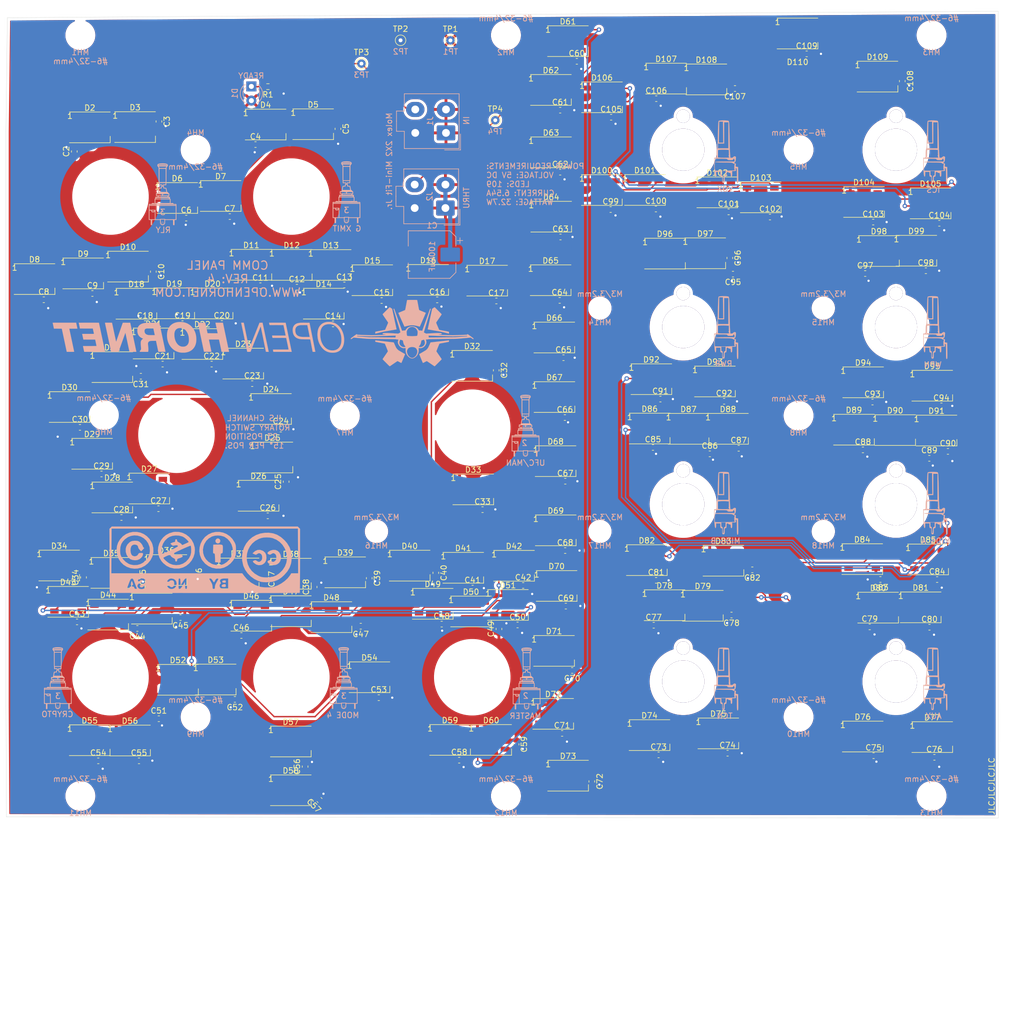
<source format=kicad_pcb>
(kicad_pcb (version 20221018) (generator pcbnew)
  (title_block (title "COMM PANEL") (date "2023-05-05") (rev "4") (company "www.openhornet.com") (comment 1 "License:  CC BY-NC-SA") (comment 2 "Backlighting - Type A"))
  (layers (0 "F.Cu" signal) (31 "B.Cu" signal) (34 "B.Paste" user) (35 "F.Paste" user) (36 "B.SilkS" user "B.Silkscreen") (37 "F.SilkS" user "F.Silkscreen") (38 "B.Mask" user) (39 "F.Mask" user) (44 "Edge.Cuts" user))
  (net 0 "")
  (net 1 "+5V")
  (net 2 "GND")
  (net 3 "Net-(D1-K)")
  (net 4 "Net-(D2-DOUT)")
  (net 5 "DATA IN")
  (net 6 "Net-(D10-DIN)")
  (net 7 "Net-(D10-DOUT)")
  (net 8 "Net-(D11-DOUT)")
  (net 9 "Net-(D13-DOUT)")
  (net 10 "Net-(D14-DOUT)")
  (net 11 "Net-(D15-DOUT)")
  (net 12 "Net-(D16-DOUT)")
  (net 13 "Net-(D17-DOUT)")
  (net 14 "Net-(D19-DOUT)")
  (net 15 "/DATA1")
  (net 16 "Net-(D23-DOUT)")
  (net 17 "Net-(D24-DOUT)")
  (net 18 "Net-(D28-DOUT)")
  (net 19 "Net-(D29-DOUT)")
  (net 20 "Net-(D30-DOUT)")
  (net 21 "Net-(D31-DOUT)")
  (net 22 "Net-(D32-DOUT)")
  (net 23 "Net-(D34-DOUT)")
  (net 24 "Net-(D35-DOUT)")
  (net 25 "Net-(D37-DOUT)")
  (net 26 "Net-(D38-DOUT)")
  (net 27 "/DATA2")
  (net 28 "Net-(D43-DOUT)")
  (net 29 "Net-(D44-DOUT)")
  (net 30 "Net-(D45-DOUT)")
  (net 31 "Net-(D46-DOUT)")
  (net 32 "Net-(D47-DOUT)")
  (net 33 "Net-(D48-DOUT)")
  (net 34 "Net-(D49-DOUT)")
  (net 35 "Net-(D50-DOUT)")
  (net 36 "Net-(D51-DOUT)")
  (net 37 "Net-(D52-DOUT)")
  (net 38 "Net-(D54-DOUT)")
  (net 39 "Net-(D56-DOUT)")
  (net 40 "/DATA3")
  (net 41 "Net-(D61-DOUT)")
  (net 42 "Net-(D62-DOUT)")
  (net 43 "Net-(D63-DOUT)")
  (net 44 "Net-(D64-DOUT)")
  (net 45 "Net-(D65-DOUT)")
  (net 46 "Net-(D66-DOUT)")
  (net 47 "Net-(D67-DOUT)")
  (net 48 "Net-(D68-DOUT)")
  (net 49 "Net-(D69-DOUT)")
  (net 50 "Net-(D74-DOUT)")
  (net 51 "Net-(D75-DOUT)")
  (net 52 "Net-(D76-DOUT)")
  (net 53 "/DATA4")
  (net 54 "Net-(D79-DOUT)")
  (net 55 "Net-(D81-DOUT)")
  (net 56 "Net-(D82-DOUT)")
  (net 57 "Net-(D83-DOUT)")
  (net 58 "Net-(D84-DOUT)")
  (net 59 "Net-(D88-DOUT)")
  (net 60 "Net-(D89-DOUT)")
  (net 61 "Net-(D90-DOUT)")
  (net 62 "Net-(D91-DOUT)")
  (net 63 "Net-(D92-DOUT)")
  (net 64 "Net-(D93-DOUT)")
  (net 65 "/DATA5")
  (net 66 "Net-(D100-DOUT)")
  (net 67 "Net-(D101-DOUT)")
  (net 68 "Net-(D103-DOUT)")
  (net 69 "Net-(D105-DOUT)")
  (net 70 "Net-(D106-DOUT)")
  (net 71 "Net-(D108-DOUT)")
  (net 72 "DATA OUT")
  (net 73 "Net-(D109-DOUT)")
  (net 74 "Net-(D12-DOUT)")
  (net 75 "Net-(D78-DOUT)")
  (net 76 "Net-(D20-DOUT)")
  (net 77 "Net-(D40-DOUT)")
  (net 78 "Net-(D21-DOUT)")
  (net 79 "Net-(D39-DOUT)")
  (net 80 "Net-(D58-DOUT)")
  (net 81 "Net-(D70-DOUT)")
  (net 82 "Net-(D77-DOUT)")
  (net 83 "Net-(D96-DOUT)")
  (net 84 "Net-(D107-DOUT)")
  (net 85 "Net-(D98-DOUT)")
  (net 86 "Net-(D97-DOUT)")
  (net 87 "Net-(D95-DOUT)")
  (net 88 "Net-(D94-DOUT)")
  (net 89 "Net-(D87-DOUT)")
  (net 90 "Net-(D86-DOUT)")
  (net 91 "Net-(D85-DOUT)")
  (net 92 "Net-(D8-DOUT)")
  (net 93 "Net-(D73-DOUT)")
  (net 94 "Net-(D72-DOUT)")
  (net 95 "Net-(D71-DOUT)")
  (net 96 "Net-(D7-DOUT)")
  (net 97 "Net-(D6-DOUT)")
  (net 98 "Net-(D59-DOUT)")
  (net 99 "Net-(D57-DOUT)")
  (net 100 "Net-(D55-DOUT)")
  (net 101 "Net-(D53-DOUT)")
  (net 102 "Net-(D5-DOUT)")
  (net 103 "Net-(D42-DOUT)")
  (net 104 "Net-(D4-DOUT)")
  (net 105 "Net-(D36-DOUT)")
  (net 106 "Net-(D33-DOUT)")
  (net 107 "Net-(D3-DOUT)")
  (net 108 "Net-(D27-DOUT)")
  (net 109 "Net-(D26-DOUT)")
  (net 110 "Net-(D25-DOUT)")
  (net 111 "Net-(D18-DOUT)")
  (net 112 "Net-(D104-DOUT)")
  (net 113 "Net-(D102-DOUT)")
  (footprint "OH_Footprints:LED_WS2812B_PLCC4_5.0x5.0mm_P3.2mm" (layer "F.Cu") (at 78.6776 37.6176)
    (fp_text reference "D2")
    (fp_text value "WS2812B")
  )
  (footprint "OH_Footprints:LED_WS2812B_PLCC4_5.0x5.0mm_P3.2mm" (layer "F.Cu") (at 86.778 37.5668)
    (fp_text reference "D3")
    (fp_text value "WS2812B")
  )
  (footprint "OH_Footprints:LED_WS2812B_PLCC4_5.0x5.0mm_P3.2mm" (layer "F.Cu") (at 110.146 37.1092)
    (fp_text reference "D4")
    (fp_text value "WS2812B")
  )
  (footprint "OH_Footprints:LED_WS2812B_PLCC4_5.0x5.0mm_P3.2mm" (layer "F.Cu") (at 118.657 37.0588)
    (fp_text reference "D5")
    (fp_text value "WS2812B")
  )
  (footprint "OH_Footprints:LED_WS2812B_PLCC4_5.0x5.0mm_P3.2mm" (layer "F.Cu") (at 94.324 50.2664)
    (fp_text reference "D6")
    (fp_text value "WS2812B")
  )
  (footprint "OH_Footprints:LED_WS2812B_PLCC4_5.0x5.0mm_P3.2mm" (layer "F.Cu") (at 102.096 49.9108)
    (fp_text reference "D7")
    (fp_text value "WS2812B")
  )
  (footprint "OH_Footprints:LED_WS2812B_PLCC4_5.0x5.0mm_P3.2mm" (layer "F.Cu") (at 68.7716 64.7952)
    (fp_text reference "D8")
    (fp_text value "WS2812B")
  )
  (footprint "OH_Footprints:LED_WS2812B_PLCC4_5.0x5.0mm_P3.2mm" (layer "F.Cu") (at 77.4816 63.7796)
    (fp_text reference "D9")
    (fp_text value "WS2812B")
  )
  (footprint "OH_Footprints:LED_WS2812B_PLCC4_5.0x5.0mm_P3.2mm" (layer "F.Cu") (at 85.508 62.56)
    (fp_text reference "D10")
    (fp_text value "WS2812B")
  )
  (footprint "OH_Footprints:LED_WS2812B_PLCC4_5.0x5.0mm_P3.2mm" (layer "F.Cu") (at 107.594 62.23)
    (fp_text reference "D11")
    (fp_text value "WS2812B")
  )
  (footprint "OH_Footprints:LED_WS2812B_PLCC4_5.0x5.0mm_P3.2mm" (layer "F.Cu") (at 114.82 62.2552)
    (fp_text reference "D12")
    (fp_text value "WS2812B")
  )
  (footprint "OH_Footprints:LED_WS2812B_PLCC4_5.0x5.0mm_P3.2mm" (layer "F.Cu") (at 121.8 62.27)
    (fp_text reference "D13")
    (fp_text value "WS2812B")
  )
  (footprint "OH_Footprints:LED_WS2812B_PLCC4_5.0x5.0mm_P3.2mm" (layer "F.Cu") (at 129.247 64.9984)
    (fp_text reference "D15")
    (fp_text value "WS2812B")
  )
  (footprint "OH_Footprints:LED_WS2812B_PLCC4_5.0x5.0mm_P3.2mm" (layer "F.Cu") (at 139.254 64.9476)
    (fp_text reference "D16")
    (fp_text value "WS2812B")
  )
  (footprint "OH_Footprints:LED_WS2812B_PLCC4_5.0x5.0mm_P3.2mm" (layer "F.Cu") (at 149.809 65.0748)
    (fp_text reference "D17")
    (fp_text value "WS2812B")
  )
  (footprint "OH_Footprints:LED_WS2812B_PLCC4_5.0x5.0mm_P3.2mm" (layer "F.Cu") (at 87.0088 69.2148)
    (fp_text reference "D18")
    (fp_text value "WS2812B")
  )
  (footprint "OH_Footprints:LED_WS2812B_PLCC4_5.0x5.0mm_P3.2mm" (layer "F.Cu") (at 100.646 69.164)
    (fp_text reference "D20")
    (fp_text value "WS2812B")
  )
  (footprint "OH_Footprints:LED_WS2812B_PLCC4_5.0x5.0mm_P3.2mm" (layer "F.Cu") (at 90.08 76.3268)
    (fp_text reference "D21")
    (fp_text value "WS2812B")
  )
  (footprint "OH_Footprints:LED_WS2812B_PLCC4_5.0x5.0mm_P3.2mm" (layer "F.Cu") (at 98.8176 76.4288)
    (fp_text reference "D22")
    (fp_text value "WS2812B")
  )
  (footprint "OH_Footprints:LED_WS2812B_PLCC4_5.0x5.0mm_P3.2mm" (layer "F.Cu") (at 106.133 79.9336)
    (fp_text reference "D23")
    (fp_text value "WS2812B")
  )
  (footprint "OH_Footprints:LED_WS2812B_PLCC4_5.0x5.0mm_P3.2mm" (layer "F.Cu") (at 111.111 88.0616)
    (fp_text reference "D24")
    (fp_text value "WS2812B")
  )
  (footprint "OH_Footprints:LED_WS2812B_PLCC4_5.0x5.0mm_P3.2mm" (layer "F.Cu") (at 111.365 96.7484)
    (fp_text reference "D25")
    (fp_text value "WS2812B")
  )
  (footprint "OH_Footprints:LED_WS2812B_PLCC4_5.0x5.0mm_P3.2mm" (layer "F.Cu") (at 108.876 103.606)
    (fp_text reference "D26")
    (fp_text value "WS2812B")
  )
  (footprint "OH_Footprints:LED_WS2812B_PLCC4_5.0x5.0mm_P3.2mm" (layer "F.Cu") (at 89.3064 102.311)
    (fp_text reference "D27")
    (fp_text value "WS2812B")
  )
  (footprint "OH_Footprints:LED_WS2812B_PLCC4_5.0x5.0mm_P3.2mm" (layer "F.Cu") (at 82.6908 103.911)
    (fp_text reference "D28")
    (fp_text value "WS2812B")
  )
  (footprint "OH_Footprints:LED_WS2812B_PLCC4_5.0x5.0mm_P3.2mm" (layer "F.Cu") (at 79.084 96.0884)
    (fp_text reference "D29")
    (fp_text value "WS2812B")
  )
  (footprint "OH_Footprints:LED_WS2812B_PLCC4_5.0x5.0mm_P3.2mm" (layer "F.Cu") (at 75.05 87.71)
    (fp_text reference "D30")
    (fp_text value "WS2812B")
  )
  (footprint "OH_Footprints:LED_WS2812B_PLCC4_5.0x5.0mm_P3.2mm" (layer "F.Cu") (at 82.7024 80.5688)
    (fp_text reference "D31")
    (fp_text value "WS2812B")
  )
  (footprint "OH_Footprints:LED_WS2812B_PLCC4_5.0x5.0mm_P3.2mm" (layer "F.Cu") (at 147.128 80.34)
    (fp_text reference "D32")
    (fp_text value "WS2812B")
  )
  (footprint "OH_Footprints:LED_WS2812B_PLCC4_5.0x5.0mm_P3.2mm" (layer "F.Cu") (at 147.32 102.464)
    (fp_text reference "D33")
    (fp_text value "WS2812B")
  )
  (footprint "OH_Footprints:LED_WS2812B_PLCC4_5.0x5.0mm_P3.2mm" (layer "F.Cu") (at 73.1912 116.103)
    (fp_text reference "D34")
    (fp_text value "WS2812B")
  )
  (footprint "OH_Footprints:LED_WS2812B_PLCC4_5.0x5.0mm_P3.2mm" (layer "F.Cu") (at 82.5108 117.424)
    (fp_text reference "D35")
    (fp_text value "WS2812B")
  )
  (footprint "OH_Footprints:LED_WS2812B_PLCC4_5.0x5.0mm_P3.2mm" (layer "F.Cu") (at 92.3936 116.916)
    (fp_text reference "D36")
    (fp_text value "WS2812B")
  )
  (footprint "OH_Footprints:LED_WS2812B_PLCC4_5.0x5.0mm_P3.2mm" (layer "F.Cu") (at 114.667 117.576)
    (fp_text reference "D38")
    (fp_text value "WS2812B")
  )
  (footprint "OH_Footprints:LED_WS2812B_PLCC4_5.0x5.0mm_P3.2mm" (layer "F.Cu") (at 124.398 117.322)
    (fp_text reference "D39")
    (fp_text value "WS2812B")
  )
  (footprint "OH_Footprints:LED_WS2812B_PLCC4_5.0x5.0mm_P3.2mm" (layer "F.Cu") (at 135.941 116.129)
    (fp_text reference "D40")
    (fp_text value "WS2812B")
  )
  (footprint "OH_Footprints:LED_WS2812B_PLCC4_5.0x5.0mm_P3.2mm" (layer "F.Cu") (at 145.53 116.51)
    (fp_text reference "D41")
    (fp_text value "WS2812B")
  )
  (footprint "OH_Footprints:LED_WS2812B_PLCC4_5.0x5.0mm_P3.2mm" (layer "F.Cu") (at 154.624 116.154)
    (fp_text reference "D42")
    (fp_text value "WS2812B")
  )
  (footprint "OH_Footprints:LED_WS2812B_PLCC4_5.0x5.0mm_P3.2mm" (layer "F.Cu") (at 74.7892 122.606)
    (fp_text reference "D43")
    (fp_text value "WS2812B")
  )
  (footprint "OH_Footprints:LED_WS2812B_PLCC4_5.0x5.0mm_P3.2mm" (layer "F.Cu") (at 81.952 124.892)
    (fp_text reference "D44")
    (fp_text value "WS2812B")
  )
  (footprint "OH_Footprints:LED_WS2812B_PLCC4_5.0x5.0mm_P3.2mm" (layer "F.Cu") (at 114.667 124.282)
    (fp_text reference "D47")
    (fp_text value "WS2812B")
  )
  (footprint "OH_Footprints:LED_WS2812B_PLCC4_5.0x5.0mm_P3.2mm" (layer "F.Cu") (at 121.932 125.349)
    (fp_text reference "D48")
    (fp_text value "WS2812B")
  )
  (footprint "OH_Footprints:LED_WS2812B_PLCC4_5.0x5.0mm_P3.2mm" (layer "F.Cu") (at 140.067 122.961)
    (fp_text reference "D49")
    (fp_text value "WS2812B")
  )
  (footprint "OH_Footprints:LED_WS2812B_PLCC4_5.0x5.0mm_P3.2mm" (layer "F.Cu") (at 146.925 124.333)
    (fp_text reference "D50")
    (fp_text value "WS2812B")
  )
  (footprint "OH_Footprints:LED_WS2812B_PLCC4_5.0x5.0mm_P3.2mm" (layer "F.Cu") (at 153.529 123.164)
    (fp_text reference "D51")
    (fp_text value "WS2812B")
  )
  (footprint "OH_Footprints:LED_WS2812B_PLCC4_5.0x5.0mm_P3.2mm" (layer "F.Cu") (at 94.4488 136.576)
    (fp_text reference "D52")
    (fp_text value "WS2812B")
  )
  (footprint "OH_Footprints:LED_WS2812B_PLCC4_5.0x5.0mm_P3.2mm" (layer "F.Cu") (at 128.739 136.118)
    (fp_text reference "D54")
    (fp_text value "WS2812B")
  )
  (footprint "OH_Footprints:LED_WS2812B_PLCC4_5.0x5.0mm_P3.2mm" (layer "F.Cu") (at 78.65 147.396)
    (fp_text reference "D55")
    (fp_text value "WS2812B")
  )
  (footprint "OH_Footprints:LED_WS2812B_PLCC4_5.0x5.0mm_P3.2mm" (layer "F.Cu") (at 85.8636 147.447)
    (fp_text reference "D56")
    (fp_text value "WS2812B")
  )
  (footprint "OH_Footprints:LED_WS2812B_PLCC4_5.0x5.0mm_P3.2mm" (layer "F.Cu") (at 114.656 147.625)
    (fp_text reference "D57")
    (fp_text value "WS2812B")
  )
  (footprint "OH_Footprints:LED_WS2812B_PLCC4_5.0x5.0mm_P3.2mm" (layer "F.Cu") (at 114.656 156.362)
    (fp_text reference "D58")
    (fp_text value "WS2812B")
  )
  (footprint "OH_Footprints:LED_WS2812B_PLCC4_5.0x5.0mm_P3.2mm" (layer "F.Cu") (at 143.166 147.345)
    (fp_text reference "D59")
    (fp_text value "WS2812B")
  )
  (footprint "OH_Footprints:LED_WS2812B_PLCC4_5.0x5.0mm_P3.2mm" (layer "F.Cu") (at 150.532 147.345)
    (fp_text reference "D60")
    (fp_text value "WS2812B")
  )
  (footprint "OH_Footprints:LED_WS2812B_PLCC4_5.0x5.0mm_P3.2mm" (layer "F.Cu") (at 164.276 22.174)
    (fp_text reference "D61")
    (fp_text value "WS2812B")
  )
  (footprint "OH_Footprints:LED_WS2812B_PLCC4_5.0x5.0mm_P3.2mm" (layer "F.Cu") (at 161.228 30.9116)
    (fp_text reference "D62")
    (fp_text value "WS2812B")
  )
  (footprint "OH_Footprints:LED_WS2812B_PLCC4_5.0x5.0mm_P3.2mm" (layer "F.Cu") (at 161.251 42.0876)
    (fp_text reference "D63")
    (fp_text value "WS2812B")
  )
  (footprint "OH_Footprints:LED_WS2812B_PLCC4_5.0x5.0mm_P3.2mm" (layer "F.Cu") (at 161.278 53.6192)
    (fp_text reference "D64")
    (fp_text value "WS2812B")
  )
  (footprint "OH_Footprints:LED_WS2812B_PLCC4_5.0x5.0mm_P3.2mm" (layer "F.Cu") (at 161.177 64.9984)
    (fp_text reference "D65")
    (fp_text value "WS2812B")
  )
  (footprint "OH_Footprints:LED_WS2812B_PLCC4_5.0x5.0mm_P3.2mm" (layer "F.Cu") (at 161.837 75.26)
    (fp_text reference "D66")
    (fp_text value "WS2812B")
  )
  (footprint "OH_Footprints:LED_WS2812B_PLCC4_5.0x5.0mm_P3.2mm" (layer "F.Cu") (at 161.86 85.9284)
    (fp_text reference "D67")
    (fp_text value "WS2812B")
  )
  (footprint "OH_Footprints:LED_WS2812B_PLCC4_5.0x5.0mm_P3.2mm" (layer "F.Cu") (at 162.091 109.804)
    (fp_text reference "D69")
    (fp_text value "WS2812B")
  )
  (footprint "OH_Footprints:LED_WS2812B_PLCC4_5.0x5.0mm_P3.2mm" (layer "F.Cu") (at 162.244 119.761)
    (fp_text reference "D70")
    (fp_text value "WS2812B")
  )
  (footprint "OH_Footprints:LED_WS2812B_PLCC4_5.0x5.0mm_P3.2mm" (layer "F.Cu") (at 161.786 131.394)
    (fp_text reference "D71")
    (fp_text value "WS2812B")
  )
  (footprint "OH_Footprints:LED_WS2812B_PLCC4_5.0x5.0mm_P3.2mm" (layer "F.Cu") (at 161.634 142.672)
    (fp_text reference "D72")
    (fp_text value "WS2812B")
  )
  (footprint "OH_Footprints:LED_WS2812B_PLCC4_5.0x5.0mm_P3.2mm" (layer "F.Cu") (at 178.878 146.482)
    (fp_text reference "D74")
    (fp_text value "WS2812B")
  )
  (footprint "OH_Footprints:LED_WS2812B_PLCC4_5.0x5.0mm_P3.2mm" (layer "F.Cu") (at 191.2 146.177)
    (fp_text reference "D75")
    (fp_text value "WS2812B")
  )
  (footprint "OH_Footprints:LED_WS2812B_PLCC4_5.0x5.0mm_P3.2mm" (layer "F.Cu") (at 217.057 146.736)
    (fp_text reference "D76")
    (fp_text value "WS2812B")
  )
  (footprint "OH_Footprints:LED_WS2812B_PLCC4_5.0x5.0mm_P3.2mm" (layer "F.Cu") (at 229.503 146.837)
    (fp_text reference "D77")
    (fp_text value "WS2812B")
  )
  (footprint "OH_Footprints:LED_WS2812B_PLCC4_5.0x5.0mm_P3.2mm" (layer "F.Cu") (at 181.571 123.216)
    (fp_text reference "D78")
    (fp_text value "WS2812B")
  )
  (footprint "OH_Footprints:LED_WS2812B_PLCC4_5.0x5.0mm_P3.2mm" (layer "F.Cu") (at 188.429 123.317)
    (fp_text reference "D79")
    (fp_text value "WS2812B")
  )
  (footprint "OH_Footprints:LED_WS2812B_PLCC4_5.0x5.0mm_P3.2mm" (layer "F.Cu") (at 219.812 123.647)
    (fp_text reference "D80")
    (fp_text value "WS2812B")
  )
  (footprint "OH_Footprints:LED_WS2812B_PLCC4_5.0x5.0mm_P3.2mm" (layer "F.Cu") (at 227.432 123.596)
    (fp_text reference "D81")
    (fp_text value "WS2812B")
  )
  (footprint "OH_Footprints:LED_WS2812B_PLCC4_5.0x5.0mm_P3.2mm" (layer "F.Cu") (at 178.398 115.138)
    (fp_text reference "D82")
    (fp_text value "WS2812B")
  )
  (footprint "OH_Footprints:LED_WS2812B_PLCC4_5.0x5.0mm_P3.2mm" (layer "F.Cu") (at 192.114 115.24)
    (fp_text reference "D83")
    (fp_text value "WS2812B")
  )
  (footprint "OH_Footprints:LED_WS2812B_PLCC4_5.0x5.0mm_P3.2mm" (layer "F.Cu") (at 216.967 114.96)
    (fp_text reference "D84")
    (fp_text value "WS2812B")
  )
  (footprint "OH_Footprints:LED_WS2812B_PLCC4_5.0x5.0mm_P3.2mm" (layer "F.Cu") (at 228.752 115.011)
    (fp_text reference "D85")
    (fp_text value "WS2812B")
  )
  (footprint "OH_Footprints:LED_WS2812B_PLCC4_5.0x5.0mm_P3.2mm" (layer "F.Cu") (at 178.906 91.5668)
    (fp_text reference "D86")
    (fp_text value "WS2812B")
  )
  (footprint "OH_Footprints:LED_WS2812B_PLCC4_5.0x5.0mm_P3.2mm" (layer "F.Cu") (at 185.866 91.618)
    (fp_text reference "D87")
    (fp_text value "WS2812B")
  )
  (footprint "OH_Footprints:LED_WS2812B_PLCC4_5.0x5.0mm_P3.2mm" (layer "F.Cu") (at 192.927 91.6176)
    (fp_text reference "D88")
    (fp_text value "WS2812B")
  )
  (footprint "OH_Footprints:LED_WS2812B_PLCC4_5.0x5.0mm_P3.2mm" (layer "F.Cu") (at 215.482 91.7704)
    (fp_text reference "D89")
    (fp_text value "WS2812B")
  )
  (footprint "OH_Footprints:LED_WS2812B_PLCC4_5.0x5.0mm_P3.2mm" (layer "F.Cu") (at 230.265 91.9224)
    (fp_text reference "D91")
    (fp_text value "WS2812B")
  )
  (footprint "OH_Footprints:LED_WS2812B_PLCC4_5.0x5.0mm_P3.2mm" (layer "F.Cu") (at 179.211 82.728)
    (fp_text reference "D92")
    (fp_text value "WS2812B")
  )
  (footprint "OH_Footprints:LED_WS2812B_PLCC4_5.0x5.0mm_P3.2mm" (layer "F.Cu") (at 190.59 83.1344)
    (fp_text reference "D93")
    (fp_text value "WS2812B")
  )
  (footprint "OH_Footprints:LED_WS2812B_PLCC4_5.0x5.0mm_P3.2mm" (layer "F.Cu") (at 217.131 83.2868)
    (fp_text reference "D94")
    (fp_text value "WS2812B")
  )
  (footprint "OH_Footprints:LED_WS2812B_PLCC4_5.0x5.0mm_P3.2mm" (layer "F.Cu") (at 229.503 83.8964)
    (fp_text reference "D95")
    (fp_text value "WS2812B")
  )
  (footprint "OH_Footprints:LED_WS2812B_PLCC4_5.0x5.0mm_P3.2mm" (layer "F.Cu") (at 181.649 60.2236)
    (fp_text reference "D96")
    (fp_text value "WS2812B")
  )
  (footprint "OH_Footprints:LED_WS2812B_PLCC4_5.0x5.0mm_P3.2mm" (layer "F.Cu") (at 188.863 60.1728)
    (fp_text reference "D97")
    (fp_text value "WS2812B")
  )
  (footprint "OH_Footprints:LED_WS2812B_PLCC4_5.0x5.0mm_P3.2mm" (layer "F.Cu") (at 226.658 59.7152)
    (fp_text reference "D99")
    (fp_text value "WS2812B")
  )
  (footprint "OH_Footprints:LED_WS2812B_PLCC4_5.0x5.0mm_P3.2mm" (layer "F.Cu") (at 170.344 48.844)
    (fp_text reference "D100")
    (fp_text value "WS2812B")
  )
  (footprint "OH_Footprints:LED_WS2812B_PLCC4_5.0x5.0mm_P3.2mm" (layer "F.Cu") (at 178.06 48.83)
    (fp_text reference "D101")
    (fp_text value "WS2812B")
  )
  (footprint "OH_Footprints:LED_WS2812B_PLCC4_5.0x5.0mm_P3.2mm" (layer "F.Cu") (at 191.01 49.26)
    (fp_text reference "D102")
    (fp_text value "WS2812B")
  )
  (footprint "OH_Footprints:LED_WS2812B_PLCC4_5.0x5.0mm_P3.2mm" (layer "F.Cu") (at 198.79 50.15)
    (fp_text reference "D103")
    (fp_text value "WS2812B")
  )
  (footprint "OH_Footprints:LED_WS2812B_PLCC4_5.0x5.0mm_P3.2mm" (layer "F.Cu") (at 217.283 50.9776)
    (fp_text reference "D104")
    (fp_text value "WS2812B")
  )
  (footprint "OH_Footprints:LED_WS2812B_PLCC4_5.0x5.0mm_P3.2mm" (layer "F.Cu") (at 229.198 51.232)
    (fp_text reference "D105")
    (fp_text value "WS2812B")
  )
  (footprint "OH_Footprints:LED_WS2812B_PLCC4_5.0x5.0mm_P3.2mm" (layer "F.Cu") (at 170.372 32.2324)
    (fp_text reference "D106")
    (fp_text value "WS2812B")
  )
  (footprint "OH_Footprints:LED_WS2812B_PLCC4_5.0x5.0mm_P3.2mm" (layer "F.Cu") (at 181.852 28.88)
    (fp_text reference "D107")
    (fp_text value "WS2812B")
  )
  (footprint "OH_Footprints:LED_WS2812B_PLCC4_5.0x5.0mm_P3.2mm" (layer "F.Cu") (at 189.066 29.0324)
    (fp_text reference "D108")
    (fp_text value "WS2812B")
  )
  (footprint "OH_Footprints:LED_WS2812B_PLCC4_5.0x5.0mm_P3.2mm" (layer "F.Cu") (at 219.698 28.5244)
    (fp_text reference "D109")
    (fp_text value "WS2812B")
  )
  (footprint "OH_Footprints:LED_WS2812B_PLCC4_5.0x5.0mm_P3.2mm" (layer "F.Cu") (at 205.373 20.8024)
    (fp_text reference "D110")
    (fp_text value "WS2812B")
  )
  (footprint "OH_Footprints:C_0603_1608Metric" (layer "F.Cu") (at 108.3375 40.7)
    (fp_text reference "C4")
    (fp_text value "0.1uF")
  )
  (footprint "OH_Footprints:C_0603_1608Metric" (layer "F.Cu") (at 123.1 37.8875 -90)
    (fp_text reference "C5")
    (fp_text value "0.1uF")
  )
  (footprint "OH_Footprints:C_0603_1608Metric" (layer "F.Cu") (at 95.9375 53.875)
    (fp_text reference "C6")
    (fp_text value "0.1uF")
  )
  (footprint "OH_Footprints:C_0603_1608Metric" (layer "F.Cu") (at 103.7375 53.6)
    (fp_text reference "C7")
    (fp_text value "0.1uF")
  )
  (footprint "OH_Footprints:C_0603_1608Metric" (layer "F.Cu") (at 70.4375 68.5)
    (fp_text reference "C8")
    (fp_text value "0.1uF")
  )
  (footprint "OH_Footprints:C_0603_1608Metric" (layer "F.Cu") (at 79.1375 67.375)
    (fp_text reference "C9")
    (fp_text value "0.1uF")
  )
  (footprint "OH_Footprints:C_0603_1608Metric" (layer "F.Cu") (at 90.05 63.4625 -90)
    (fp_text reference "C10")
    (fp_text value "0.1uF")
  )
  (footprint "OH_Footprints:C_0603_1608Metric" (layer "F.Cu") (at 109.2175 65.99)
    (fp_text reference "C11")
    (fp_text value "0.1uF")
  )
  (footprint "OH_Footprints:C_0603_1608Metric" (layer "F.Cu") (at 115.75 66.25)
    (fp_text reference "C12")
    (fp_text value "0.1uF")
  )
  (footprint "OH_Footprints:C_0603_1608Metric" (layer "F.Cu") (at 130.9225 68.64)
    (fp_text reference "C15")
    (fp_text value "0.1uF")
  )
  (footprint "OH_Footprints:C_0603_1608Metric" (layer "F.Cu") (at 140.8725 68.52)
    (fp_text reference "C16")
    (fp_text value "0.1uF")
  )
  (footprint "OH_Footprints:C_0603_1608Metric" (layer "F.Cu") (at 151.4625 68.71)
    (fp_text reference "C17")
    (fp_text value "0.1uF")
  )
  (footprint "OH_Footprints:C_0603_1608Metric" (layer "F.Cu") (at 88.5625 72.775)
    (fp_text reference "C18")
    (fp_text value "0.1uF")
  )
  (footprint "OH_Footprints:C_0603_1608Metric" (layer "F.Cu") (at 95.2625 72.775)
    (fp_text reference "C19")
    (fp_text value "0.1uF")
  )
  (footprint "OH_Footprints:C_0603_1608Metric" (layer "F.Cu") (at 102.3125 72.75)
    (fp_text reference "C20")
    (fp_text value "0.1uF")
  )
  (footprint "OH_Footprints:C_0603_1608Metric" (layer "F.Cu") (at 91.7125 80.025)
    (fp_text reference "C21")
    (fp_text value "0.1uF")
  )
  (footprint "OH_Footprints:C_0603_1608Metric" (layer "F.Cu") (at 100.4875 80.025)
    (fp_text reference "C22")
    (fp_text value "0.1uF")
  )
  (footprint "OH_Footprints:C_0603_1608Metric" (layer "F.Cu") (at 107.75 83.525)
    (fp_text reference "C23")
    (fp_text value "0.1uF")
  )
  (footprint "OH_Footprints:C_0603_1608Metric" (layer "F.Cu") (at 112.8625 91.67)
    (fp_text reference "C24")
    (fp_text value "0.1uF")
  )
  (footprint "OH_Footprints:C_0603_1608Metric" (layer "F.Cu") (at 113.825 101.0875 90)
    (fp_text reference "C25")
    (fp_text value "0.1uF")
  )
  (footprint "OH_Footprints:C_0603_1608Metric" (layer "F.Cu") (at 110.5375 107.2)
    (fp_text reference "C26")
    (fp_text value "0.1uF")
  )
  (footprint "OH_Footprints:C_0603_1608Metric" (layer "F.Cu") (at 90.9625 105.925)
    (fp_text reference "C27")
    (fp_text value "0.1uF")
  )
  (footprint "OH_Footprints:C_0603_1608Metric" (layer "F.Cu") (at 84.3375 107.5)
    (fp_text reference "C28")
    (fp_text value "0.1uF")
  )
  (footprint "OH_Footprints:C_0603_1608Metric" (layer "F.Cu") (at 80.7625 99.7)
    (fp_text reference "C29")
    (fp_text value "0.1uF")
  )
  (footprint "OH_Footprints:C_0603_1608Metric" (layer "F.Cu") (at 87.8125 82.2 180)
    (fp_text reference "C31")
    (fp_text value "0.1uF")
  )
  (footprint "OH_Footprints:C_0603_1608Metric" (layer "F.Cu") (at 151.44 81.1375 -90)
    (fp_text reference "C32")
    (fp_text value "0.1uF")
  )
  (footprint "OH_Footprints:C_0603_1608Metric" (layer "F.Cu") (at 148.9925 106.1)
    (fp_text reference "C33")
    (fp_text value "0.1uF")
  )
  (footprint "OH_Footprints:C_0603_1608Metric" (layer "F.Cu") (at 77.55 118.2375 90)
    (fp_text reference "C34")
    (fp_text value "0.1uF")
  )
  (footprint "OH_Footprints:C_0603_1608Metric" (layer "F.Cu") (at 86.75 118.2125 -90)
    (fp_text reference "C35")
    (fp_text value "0.1uF")
  )
  (footprint "OH_Footprints:C_0603_1608Metric" (layer "F.Cu") (at 96.7994 117.9678 -90)
    (fp_text reference "C36")
    (fp_text value "0.1uF")
  )
  (footprint "OH_Footprints:C_0603_1608Metric" (layer "F.Cu") (at 109.8 118.5375 -90)
    (fp_text reference "C37")
    (fp_text value "0.1uF")
  )
  (footprint "OH_Footprints:C_0603_1608Metric" (layer "F.Cu") (at 118.8339 119.9516 90)
    (fp_text reference "C38")
    (fp_text value "0.1uF")
  )
  (footprint "OH_Footprints:C_0603_1608Metric" (layer "F.Cu") (at 128.7018 118.3742 -90)
    (fp_text reference "C39")
    (fp_text value "0.1uF")
  )
  (footprint "OH_Footprints:C_0603_1608Metric" (layer "F.Cu") (at 140.625 117.4125 -90)
    (fp_text reference "C40")
    (fp_text value "0.1uF")
  )
  (footprint "OH_Footprints:C_0603_1608Metric" (layer "F.Cu") (at 147.2125 120.15)
    (fp_text reference "C41")
    (fp_text value "0.1uF")
  )
  (footprint "OH_Footprints:C_0603_1608Metric" (layer "F.Cu") (at 156.2625 119.675)
    (fp_text reference "C42")
    (fp_text value "0.1uF")
  )
  (footprint "OH_Footprints:C_0603_1608Metric" (layer "F.Cu") (at 76.3875 126.2)
    (fp_text reference "C43")
    (fp_text value "0.1uF")
  )
  (footprint "OH_Footprints:C_0603_1608Metric" (layer "F.Cu") (at 94.9125 125.425 180)
    (fp_text reference "C45")
    (fp_text value "0.1uF")
  )
  (footprint "OH_Footprints:C_0603_1608Metric" (layer "F.Cu") (at 105.81136 128.64084)
    (fp_text reference "C46")
    (fp_text value "0.1uF")
  )
  (footprint "OH_Footprints:C_0603_1608Metric" (layer "F.Cu") (at 127.1875 126.975 180)
    (fp_text reference "C47")
    (fp_text value "0.1uF")
  )
  (footprint "OH_Footprints:C_0603_1608Metric" (layer "F.Cu") (at 141.6725 126.6)
    (fp_text reference "C48")
    (fp_text value "0.1uF")
  )
  (footprint "OH_Footprints:C_0603_1608Metric" (layer "F.Cu") (at 151.93 127.4725 90)
    (fp_text reference "C49")
    (fp_text value "0.1uF")
  )
  (footprint "OH_Footprints:C_0603_1608Metric" (layer "F.Cu") (at 91.03 143.55)
    (fp_text reference "C51")
    (fp_text value "0.1uF")
  )
  (footprint "OH_Footprints:C_0603_1608Metric" (layer "F.Cu") (at 104.648 140.081 180)
    (fp_text reference "C52")
    (fp_text value "0.1uF")
  )
  (footprint "OH_Footprints:C_0603_1608Metric" (layer "F.Cu") (at 130.4125 139.775)
    (fp_text reference "C53")
    (fp_text value "0.1uF")
  )
  (footprint "OH_Footprints:C_0603_1608Metric" (layer "F.Cu") (at 80.1925 151.09)
    (fp_text reference "C54")
    (fp_text value "0.1uF")
  )
  (footprint "OH_Footprints:C_0603_1608Metric" (layer "F.Cu") (at 87.48 151.09)
    (fp_text reference "C55")
    (fp_text value "0.1uF")
  )
  (footprint "OH_Footprints:C_0603_1608Metric" (layer "F.Cu") (at 117.221 152.1205 90)
    (fp_text reference "C56")
    (fp_text value "0.1uF")
  )
  (footprint "OH_Footprints:C_0603_1608Metric" (layer "F.Cu") (at 119.80418 158.10992 135)
    (fp_text reference "C57")
    (fp_text value "0.1uF")
  )
  (footprint "OH_Footprints:C_0603_1608Metric" (layer "F.Cu") (at 144.8125 150.975)
    (fp_text reference "C58")
    (fp_text value "0.1uF")
  )
  (footprint "OH_Footprints:C_0603_1608Metric" (layer "F.Cu") (at 155 148.1375 -90)
    (fp_text reference "C59")
    (fp_text value "0.1uF")
  )
  (footprint "OH_Footprints:C_0603_1608Metric" (layer "F.Cu") (at 165.8725 25.79)
    (fp_text reference "C60")
    (fp_text value "0.1uF")
  )
  (footprint "OH_Footprints:C_0603_1608Metric" (layer "F.Cu") (at 162.8925 34.54)
    (fp_text reference "C61")
    (fp_text value "0.1uF")
  )
  (footprint "OH_Footprints:C_0603_1608Metric" (layer "F.Cu") (at 162.8925 45.65)
    (fp_text reference "C62")
    (fp_text value "0.1uF")
  )
  (footprint "OH_Footprints:C_0603_1608Metric" (layer "F.Cu") (at 162.9425 57.25)
    (fp_text reference "C63")
    (fp_text value "0.1uF")
  )
  (footprint "OH_Footprints:C_0603_1608Metric" (layer "F.Cu") (at 162.8025 68.61)
    (fp_text reference "C64")
    (fp_text value "0.1uF")
  )
  (footprint "OH_Footprints:C_0603_1608Metric" (layer "F.Cu") (at 163.4825 78.88)
    (fp_text reference "C65")
    (fp_text value "0.1uF")
  )
  (footprint "OH_Footprints:C_0603_1608Metric" (layer "F.Cu") (at 163.73 89.6)
    (fp_text reference "C66")
    (fp_text value "0.1uF")
  )
  (footprint "OH_Footprints:C_0603_1608Metric" (layer "F.Cu") (at 163.8025 101)
    (fp_text reference "C67")
    (fp_text value "0.1uF")
  )
  (footprint "OH_Footprints:C_0603_1608Metric" (layer "F.Cu") (at 163.7875 113.425)
    (fp_text reference "C68")
    (fp_text value "0.1uF")
  )
  (footprint "OH_Footprints:C_0603_1608Metric" (layer "F.Cu") (at 163.9 123.375)
    (fp_text reference "C69")
    (fp_text value "0.1uF")
  )
  (footprint "OH_Footprints:C_0603_1608Metric" (layer "F.Cu") (at 165.0375 134.9 180)
    (fp_text reference "C70")
    (fp_text value "0.1uF")
  )
  (footprint "OH_Footprints:C_0603_1608Metric" (layer "F.Cu") (at 180.5125 150.025)
    (fp_text reference "C73")
    (fp_text value "0.1uF")
  )
  (footprint "OH_Footprints:C_0603_1608Metric" (layer "F.Cu") (at 192.8625 149.725)
    (fp_text reference "C74")
    (fp_text value "0.1uF")
  )
  (footprint "OH_Footprints:C_0603_1608Metric" (layer "F.Cu") (at 229.8875 150.46)
    (fp_text reference "C76")
    (fp_text value "0.1uF")
  )
  (footprint "OH_Footprints:C_0603_1608Metric" (layer "F.Cu") (at 179.6375 126.8)
    (fp_text reference "C77")
    (fp_text value "0.1uF")
  )
  (footprint "OH_Footprints:C_0603_1608Metric" (layer "F.Cu") (at 193.5625 124.975 180)
    (fp_text reference "C78")
    (fp_text value "0.1uF")
  )
  (footprint "OH_Footprints:C_0603_1608Metric" (layer "F.Cu") (at 218.30796 127.09398)
    (fp_text reference "C79")
    (fp_text value "0.1uF")
  )
  (footprint "OH_Footprints:C_0603_1608Metric" (layer "F.Cu") (at 229.0075 127.16)
    (fp_text reference "C80")
    (fp_text value "0.1uF")
  )
  (footprint "OH_Footprints:C_0603_1608Metric" (layer "F.Cu") (at 180.0625 118.76)
    (fp_text reference "C81")
    (fp_text value "0.1uF")
  )
  (footprint "OH_Footprints:C_0603_1608Metric" (layer "F.Cu") (at 197.2875 116.875 180)
    (fp_text reference "C82")
    (fp_text value "0.1uF")
  )
  (footprint "OH_Footprints:C_0603_1608Metric" (layer "F.Cu") (at 220.2225 118.6 180)
    (fp_text reference "C83")
    (fp_text value "0.1uF")
  )
  (footprint "OH_Footprints:C_0603_1608Metric" (layer "F.Cu") (at 155.2625 126.75)
    (fp_text reference "C50")
    (fp_text value "0.1uF")
  )
  (footprint "OH_Footprints:C_0603_1608Metric" (layer "F.Cu") (at 163.2375 146.175)
    (fp_text reference "C71")
    (fp_text value "0.1uF")
  )
  (footprint "OH_Footprints:C_0603_1608Metric" (layer "F.Cu") (at 219 150.1648)
    (fp_text reference "C75")
    (fp_text value "0.1uF")
  )
  (footprint "OH_Footprints:C_0603_1608Metric" (layer "F.Cu") (at 91.05 36.5625 -90)
    (fp_text reference "C3")
    (fp_text value "0.1uF")
  )
  (footprint "OH_Footprints:LED_WS2812B_PLCC4_5.0x5.0mm_P3.2mm" (layer "F.Cu") (at 93.7768 69.1388)
    (fp_text reference "D19")
    (fp_text value "WS2812B")
  )
  (footprint "OH_Footprints:LED_WS2812B_PLCC4_5.0x5.0mm_P3.2mm" (layer "F.Cu") (at 105.32 117.526)
    (fp_text reference "D37")
    (fp_text value "WS2812B")
  )
  (footprint "OH_Footprints:C_0603_1608Metric" (layer "F.Cu") (at 87.1875 127.375 180)
    (fp_text reference "C44")
    (fp_text value "0.1uF")
  )
  (footprint "OH_Footprints:LED_WS2812B_PLCC4_5.0x5.0mm_P3.2mm" (layer "F.Cu") (at 89.7752 123.825)
    (fp_text reference "D45")
    (fp_text value "WS2812B")
  )
  (footprint "OH_Footprints:LED_WS2812B_PLCC4_5.0x5.0mm_P3.2mm" (layer "F.Cu") (at 107.575 125.1)
    (fp_text reference "D46")
    (fp_text value "WS2812B")
  )
  (footprint "OH_Footprints:LED_WS2812B_PLCC4_5.0x5.0mm_P3.2mm" (layer "F.Cu") (at 101.205 136.525)
    (fp_text reference "D53")
    (fp_text value "WS2812B")
  )
  (footprint "OH_Footprints:LED_WS2812B_PLCC4_5.0x5.0mm_P3.2mm" (layer "F.Cu") (at 162.064 97.4088)
    (fp_text reference "D68")
    (fp_text value "WS2812B")
  )
  (footprint "OH_Footprints:LED_WS2812B_PLCC4_5.0x5.0mm_P3.2mm" (layer "F.Cu") (at 164.3 153.75)
    (fp_text reference "D73")
    (fp_text value "WS2812B")
  )
  (footprint "OH_Footprints:C_0603_1608Metric" (layer "F.Cu") (at 194.1875 30.66 180)
    (fp_text reference "C107")
    (fp_text value "0.1uF")
  )
  (footprint "OH_Footprints:C_0603_1608Metric" (layer "F.Cu") (at 180.0925 32.48)
    (fp_text reference "C106")
    (fp_text value "0.1uF")
  )
  (footprint "OH_Footprints:C_0603_1608Metric" (layer "F.Cu") (at 193.049 52.754)
    (fp_text reference "C101")
    (fp_text value "0.1uF")
  )
  (footprint "OH_Footprints:C_0603_1608Metric" (layer "F.Cu") (at 193.8275 63.91 180)
    (fp_text reference "C95")
    (fp_text value "0.1uF")
  )
  (footprint "OH_Footprints:C_0603_1608Metric" (layer "F.Cu") (at 189.68 96.1)
    (fp_text reference "C86")
    (fp_text value "0.1uF")
  )
  (footprint "OH_Footprints:C_0603_1608Metric" (layer "F.Cu") (at 218.8075 86.82)
    (fp_text reference "C93")
    (fp_text value "0.1uF")
  )
  (footprint "OH_Footprints:C_0603_1608Metric" (layer "F.Cu") (at 228.98 96.9)
    (fp_text reference "C89")
    (fp_text value "0.1uF")
  )
  (footprint "OH_Footprints:C_0603_1608Metric" (layer "F.Cu") (at 200.4515 53.6784)
    (fp_text reference "C102")
    (fp_text value "0.1uF")
  )
  (footprint "OH_Footprints:C_0603_1608Metric" (layer "F.Cu") (at 228.3625 63.3)
    (fp_text reference "C98")
    (fp_text value "0.1uF")
  )
  (footprint "OH_Footprints:C_0603_1608Metric" (layer "F.Cu") (at 217.0925 95.39)
    (fp_text reference "C88")
    (fp_text value "0.1uF")
  )
  (footprint "OH_Footprints:C_0603_1608Metric" (layer "F.Cu") (at 180.8325 86.29)
    (fp_text reference "C91")
    (fp_text value "0.1uF")
  )
  (footprint "OH_Footprints:C_0603_1608Metric" (layer "F.Cu") (at 168.55 154.78 -90)
    (fp_text reference "C72")
    (fp_text value "0.1uF")
  )
  (footprint "OH_Footprints:C_0603_1608Metric" (layer "F.Cu") (at 217.5 63.8)
    (fp_text reference "C97")
    (fp_text value "0.1uF")
  )
  (footprint "OH_Footprints:C_0603_1608Metric" (layer "F.Cu") (at 171.9275 52.34)
    (fp_text reference "C99")
    (fp_text value "0.1uF")
  )
  (footprint "OH_Footprints:C_0603_1608Metric" (layer "F.Cu") (at 231.1425 87.51)
    (fp_text reference "C94")
    (fp_text value "0.1uF")
  )
  (footprint "OH_Footprints:C_0603_1608Metric" (layer "F.Cu") (at 230.3825 118.62)
    (fp_text reference "C84")
    (fp_text value "0.1uF")
  )
  (footprint "OH_Footprints:C_0603_1608Metric" (layer "F.Cu") (at 179.5 94.95)
    (fp_text reference "C85")
    (fp_text value "0.1uF")
  )
  (footprint "OH_Footprints:C_0603_1608Metric" (layer "F.Cu") (at 122.22 72.82)
    (fp_text reference "C14")
    (fp_text value "0.1uF")
  )
  (footprint "OH_Footprints:C_0603_1608Metric" (layer "F.Cu") (at 193.26 61.0175 -90)
    (fp_text reference "C96")
    (fp_text value "0.1uF")
  )
  (footprint "OH_Footprints:C_0603_1608Metric" (layer "F.Cu") (at 207.0225 24.45)
    (fp_text reference "C109")
    (fp_text value "0.1uF")
  )
  (footprint "OH_Footprints:C_0603_1608Metric" (layer "F.Cu") (at 180.0245 52.2388)
    (fp_text reference "C100")
    (fp_text value "0.1uF")
  )
  (footprint "OH_Footprints:C_0603_1608Metric" (layer "F.Cu") (at 192.2425 86.68)
    (fp_text reference "C92")
    (fp_text value "0.1uF")
  )
  (footprint "OH_Footprints:C_0603_1608Metric" (layer "F.Cu") (at 218.9325 54.58)
    (fp_text reference "C103")
    (fp_text value "0.1uF")
  )
  (footprint "OH_Footprints:C_0603_1608Metric" (layer "F.Cu") (at 230.7675 54.8)
    (fp_text reference "C104")
    (fp_text value "0.1uF")
  )
  (footprint "OH_Footprints:C_0603_1608Metric" (layer "F.Cu") (at 172.0125 35.81)
    (fp_text reference "C105")
    (fp_text value "0.1uF")
  )
  (footprint "OH_Footprints:C_0603_1608Metric" (layer "F.Cu") (at 224.14 29.3375 -90)
    (fp_text reference "C108")
    (fp_text value "0.1uF")
  )
  (footprint "OH_Footprints:C_0603_1608Metric" (layer "F.Cu") (at 194.85 95.1)
    (fp_text reference "C87")
    (fp_text value "0.1uF")
  )
  (footprint "OH_Footprints:C_0603_1608Metric" (layer "F.Cu") (at 124.25 65.85)
    (fp_text reference "C13")
    (fp_text value "0.1uF")
  )
  (footprint "OH_Footprints:LED_WS2812B_PLCC4_5.0x5.0mm_P3.2mm" (layer "F.Cu") (at 120.55 69.2)
    (fp_text reference "D14")
    (fp_text value "WS2812B")
  )
  (footprint "OH_Footprints:LED_WS2812B_PLCC4_5.0x5.0mm_P3.2mm" (layer "F.Cu") (at 222.86 91.8464)
    (fp_text reference "D90")
    (fp_text value "WS2812B")
  )
  (footprint "OH_Footprints:C_0603_1608Metric" (layer "F.Cu") (at 232.3125 95.66)
    (fp_text reference "C90")
    (fp_text value "0.1uF")
  )
  (footprint "OH_Footprints:LED_WS2812B_PLCC4_5.0x5.0mm_P3.2mm" (layer "F.Cu") (at 219.952 59.7664)
    (fp_text reference "D98")
    (fp_text value "WS2812B")
  )
  (footprint "OH_Footprints:C_0603_1608Metric" (layer "F.Cu") (at 76.91 91.36)
    (fp_text reference "C30")
    (fp_text value "0.1uF")
  )
  (footprint "OH_Footprints:R_0603_1608Metric" (layer "F.Cu") (at 110.5625 30.325 180)
    (fp_text reference "R1")
    (fp_text value "470")
  )
  (footprint "OH_Footprints:C_0603_1608Metric" (layer "F.Cu") (at 75.9 41.9375 90)
    (fp_text reference "C2")
    (fp_text value "0.1uF")
  )
  (footprint "OH_Footprints:BR10K_Pot_11mm_x_11mm" (layer "F.Cu") (at 184.91937 136.879622 180)
    (fp_text reference "MH25" hide)
    (fp_text value "Pot_B10K" hide)
  )
  (footprint "OH_Footprints:BR10K_Pot_11mm_x_11mm" (layer "F.Cu") (at 223.01937 136.879622 180)
    (fp_text reference "MH26" hide)
    (fp_text value "Pot_B10K" hide)
  )
  (footprint "OH_Footprints:BR10K_Pot_11mm_x_11mm" (layer "F.Cu") (at 184.91937 105.129622 180)
    (fp_text reference "MH23" hide)
    (fp_text value "Pot_B10K" hide)
  )
  (footprint "OH_Footprints:BR10K_Pot_11mm_x_11mm" (layer "F.Cu") (at 223.01937 105.129622 180)
    (fp_text reference "MH24" hide)
    (fp_text value "Pot_B10K" hide)
  )
  (footprint "OH_Footprints:BR10K_Pot_11mm_x_11mm" (layer "F.Cu") (at 184.91937 73.379622 180)
    (fp_text reference "MH21" hide)
    (fp_text value "Pot_B10K" hide)
  )
  (footprint "OH_Footprints:BR10K_Pot_11mm_x_11mm" (layer "F.Cu") (at 223.01937 73.379622 180)
    (fp_text reference "MH22" hide)
    (fp_text value "Pot_B10K" hide)
  )
  (footprint "OH_Footprints:BR10K_Pot_11mm_x_11mm" (layer "F.Cu") (at 184.91937 41.629622 180)
    (fp_text reference "MH19" hide)
    (fp_text value "Pot_B10K" hide)
  )
  (footprint "OH_Footprints:BR10K_Pot_11mm_x_11mm" (layer "F.Cu") (at 223.01937 41.629622 180)
    (fp_text reference "MH20" hide)
    (fp_text value "Pot_B10K" hide)
  )
  (footprint "OH_Footprints:TestPoint_THTPad_D1.5mm_Drill0.7mm" (layer "F.Cu") (at 151.27 36.34)
    (fp_text reference "TP4")
    (fp_text value "TestPoint" hide)
  )
  (footprint "OH_Footprints:SxAL_Toggle_13x13mm" (layer "F.Cu") (at 114.76457 136.117622)
    (fp_text reference "MH29" hide)
    (fp_text value "Switch_NKK SxAL" hide)
  )
  (footprint "OH_Footprints:TestPoint_THTPad_D1.5mm_Drill0.7mm" (layer "F.Cu") (at 134.31 22.02)
    (fp_text reference "TP2")
    (fp_text value "TestPoint" hide)
  )
  (footprint "OH_Footprints:SxAL_Toggle_13x13mm" (layer "F.Cu") (at 82.37957 136.117622)
    (fp_text reference "MH33" hide)
    (fp_text value "Switch_NKK SxAL" hide)
  )
  (footprint "OH_Footprints:TestPoint_THTPad_D1.5mm_Drill0.7mm" (layer "F.Cu") (at 143.24 22.04)
    (fp_text reference "TP1")
    (fp_text value "TestPoint" hide)
  )
  (footprint "OH_Footprints:SxAL_Toggle_13x13mm" (layer "F.Cu") (at 82.37957 50.011622)
    (fp_text reference "MH27" hide)
    (fp_text value "Switch_NKK SxAL" hide)
  )
  (footprint "OH_Footprints:SxAL_Toggle_13x13mm" (layer "F.Cu") (at 94.19057 92.683622)
    (fp_text reference "MH32" hide)
    (fp_text value "Switch_NKK SxAL" hide)
  )
  (footprint "OH_Footprints:TestPoint_THTPad_D1.5mm_Drill0.7mm" (layer "F.Cu") (at 127.31 26.2)
    (fp_text reference "TP3")
    (fp_text value "TestPoint" hide)
  )
  (footprint "OH_Footprints:SxAL_Toggle_13x13mm" (layer "F.Cu") (at 147.14957 91.413622)
    (fp_text reference "MH28" hide)
    (fp_text value "Switch_NKK SxAL" hide)
  )
  (footprint "OH_Footprints:SxAL_Toggle_13x13mm" (layer "F.Cu") (at 114.76457 50.011622)
    (fp_text reference "MH31" hide)
    (fp_text value "Switch_NKK SxAL" hide)
  )
  (footprint "OH_Footprints:SxAL_Toggle_13x13mm" (layer "F.Cu") (at 147.14957 136.117622)
    (fp_text reference "MH30" hide)
    (fp_text value "Switch_NKK SxAL" hide)
  )
  (footprint "OH_Footprints:CP_Elec_8x10" (layer "B.Cu") (at 139.95 60.4 180)
    (fp_text reference "C1")
    (fp_text value "1000uF")
  )
  (footprint "OH_Footprints:Molex_Mini-Fit_Jr_5566-04A_2x02_P4.20mm_Vertical" (layer "B.Cu") (at 142.443 38.608 90)
    (fp_text reference "J1")
    (fp_text value "Mini-Fit Jr. 2x02")
  )
  (footprint "OH_Footprints:Molex_Mini-Fit_Jr_5566-04A_2x02_P4.20mm_Vertical" (layer "B.Cu") (at 142.342 52.07 90)
    (fp_text reference "J2")
    (fp_text value "Mini-Fit Jr. 2x02")
  )
  (footprint "OH_Footprints:LED_D3.0mm" (layer "B.Cu") (at 107.6 30.285 -90)
    (fp_text reference "D1")
    (fp_text value "Green")
  )
  (footprint "OH_Footprints:BR10KPot" (layer "B.Cu") (at 230.0224 41.9608 180)
    (fp_text reference "LOGO6" hide)
    (fp_text value "LOGO" hide)
  )
  (footprint "OH_Footprints:BR10KPot" (layer "B.Cu") (at 192.5828 41.9608 180)
    (fp_text reference "LOGO5" hide)
    (fp_text value "LOGO" hide)
  )
  (footprint "OH_Footprints:S3AL_Toggle_Silkscreen" (layer "B.Cu") (at 91.8464 49.7332 180)
    (fp_text reference "LOGO3" hide)
    (fp_text value "LOGO" hide)
  )
  (footprint "OH_Footprints:S3AL_Toggle_Silkscreen" (layer "B.Cu") (at 124.27 136.39 180)
    (fp_text reference "LOGO13" hide)
    (fp_text value "LOGO" hide)
  )
  (footprint "OH_Footprints:S2AL_Toggle_Silkscreen" (layer "B.Cu") (at 156.8196 91.186 180)
    (fp_text reference "LOGO9" hide)
    (fp_text value "LOGO" hide)
  )
  (footprint "OH_Footprints:S2AL_Toggle_Silkscreen" (layer "B.Cu") (at 157.0228 136.473587 180)
    (fp_text reference "LOGO14" hide)
    (fp_text value "LOGO" hide)
  )
  (footprint "OH_Footprints:MountingHole_6-32_PHS" (layer "B.Cu") (at 97.61957 41.629622)
    (fp_text reference "MH4")
    (fp_text value "6x32 / 4mm" hide)
  )
  (footprint "OH_Footprints:MountingHole_6-32_PHS" (layer "B.Cu") (at 81.1784 89.154 180)
    (fp_text reference "MH6")
    (fp_text value "6x32 / 4mm" hide)
  )
  (footprint "OH_Footprints:MountingHole_6-32_PHS" (layer "B.Cu") (at 124.341608 89.254622 180)
    (fp_text reference "MH7")
    (fp_text value "6x32 / 4mm" hide)
  )
  (footprint "OH_Footprints:MountingHole_6-32_PHS" (layer "B.Cu") (at 205.56957 143.229622 180)
    (fp_text reference "MH10")
    (fp_text value "6x32 / 4mm" hide)
  )
  (footprint "OH_Footprints:MountingHole_6-32_PHS" (layer "B.Cu") (at 205.56957 41.629622 180)
    (fp_text reference "MH5")
    (fp_text value "6x32 / 4mm" hide)
  )
  (footprint "OH_Footprints:MountingHole_6-32_PHS" (layer "B.Cu") (at 205.56957 89.254622 180)
    (fp_text reference "MH8")
    (fp_text value "6x32 / 4mm" hide)
  )
  (footprint "OH_Footprints:MountingHole_6-32_PHS" (layer "B.Cu") (at 97.61957 143.229622 180)
    (fp_text reference "MH9")
    (fp_text value "6x32 / 4mm" hide)
  )
  (footprint "OH_Footprints:LOGO_OH_Text_Large" (layer "B.Cu") (at 109.71784 74.4728 180)
    (fp_text reference "LOGO1" hide)
    (fp_text value "LOGO" hide)
  )
  (footprint "OH_Footprints:LOGO_CC-BY-NC-SA_Full_Small" (layer "B.Cu") (at 99.29622 115.03914 180)
    (fp_text reference "LOGO2" hide)
    (fp_text value "LOGO" hide)
  )
  (footprint "OH_Footprints:MountingHole_6-32_PHS" (layer "B.Cu") (at 153.182 21.1191 180)
    (fp_text reference "MH2")
    (fp_text value "6x32 / 4mm" hide)
  )
  (footprint "OH_Footprints:BR10KPot" (layer "B.Cu") (at 230.0224 104.918932 180)
    (fp_text reference "LOGO11" hide)
    (fp_text value "LOGO" hide)
  )
  (footprint "OH_Footprints:BR10KPot" (layer "B.Cu") (at 230.0224 136.398 180)
    (fp_text reference "LOGO16" hide)
    (fp_text value "LOGO" hide)
  )
  (footprint "OH_Footprints:MountingHole_3.2mm_M3_DIN965" (layer "B.Cu") (at 170 110 180)
    (fp_text reference "MH17")
    (fp_text value "M3 / 3.2mm" hide)
  )
  (footprint "OH_Footprints:BR10KPot" (layer "B.Cu") (at 192.5828 104.918932 180)
    (fp_text reference "LOGO10" hide)
    (fp_text value "LOGO" hide)
  )
  (footprint "OH_Footprints:MountingHole_6-32_PHS" (layer "B.Cu") (at 76.9821 157.39 180)
    (fp_text reference "MH11")
    (fp_text value "6x32 / 4mm" hide)
  )
  (footprint "OH_Footprints:S3AL_Toggle_Silkscreen" (layer "B.Cu") (at 73.083675 136.407448 180)
    (fp_text reference "LOGO12" hide)
    (fp_text value "LOGO" hide)
  )
  (footprint "OH_Footprints:MountingHole_6-32_PHS" (layer "B.Cu") (at 76.9821 21.1191 180)
    (fp_text reference "MH1")
    (fp_text value "6x32 / 4mm" hide)
  )
  (footprint "OH_Footprints:MountingHole_3.2mm_M3_DIN965" (layer "B.Cu") (at 170 70 180)
    (fp_text reference "MH14")
    (fp_text value "M3 / 3.2mm" hide)
  )
  (footprint "OH_Footprints:S3AL_Toggle_Silkscreen" (layer "B.Cu") (at 124.7648 49.3776 180)
    (fp_text reference "LOGO4" hide)
    (fp_text value "LOGO" hide)
  )
  (footprint "OH_Footprints:MountingHole_3.2mm_M3_DIN965" (layer "B.Cu") (at 130 110 180)
    (fp_text reference "MH16")
    (fp_text value "M3 / 3.2mm" hide)
  )
  (footprint "OH_Footprints:MountingHole_3.2mm_M3_DIN965" (layer "B.Cu") (at 210 70 180)
    (fp_text reference "MH15")
    (fp_text value "M3 / 3.2mm" hide)
  )
  (footprint "OH_Footprints:MountingHole_6-32_PHS" (layer "B.Cu") (at 229.382 21.1191 180)
    (fp_text reference "MH3")
    (fp_text value "6x32 / 4mm" hide)
  )
  (footprint "OH_Footprints:MountingHole_3.2mm_M3_DIN965" (layer "B.Cu") (at 210 110 180)
    (fp_text reference "MH18")
    (fp_text value "M3 / 3.2mm" hide)
  )
  (footprint "OH_Footprints:BR10KPot" (layer "B.Cu") (at 192.5828 73.439866 180)
    (fp_text reference "LOGO7" hide)
    (fp_text value "LOGO" hide)
  )
  (footprint "OH_Footprints:BR10KPot" (layer "B.Cu") (at 192.5828 136.398 180)
    (fp_text reference "LOGO15" hide)
    (fp_text value "LOGO" hide)
  )
  (footprint "OH_Footprints:BR10KPot" (layer "B.Cu") (at 230.0224 73.439866 180)
    (fp_text reference "LOGO8" hide)
    (fp_text value "LOGO" hide)
  )
  (footprint "OH_Footprints:MountingHole_6-32_PHS" (layer "B.Cu") (at 153.182 157.39 180)
    (fp_text reference "MH12")
    (fp_text value "6x32 / 4mm" hide)
  )
  (footprint "OH_Footprints:MountingHole_6-32_PHS" (layer "B.Cu") (at 229.382 157.39 180)
    (fp_text reference "MH13")
    (fp_text value "6x32 / 4mm" hide)
  )
  (gr_line (start 63.9064 17.9832) (end 84.582 17.8308) (stroke (width 0.05)) (layer "Edge.Cuts"))
  (gr_line (start 241.3 16.8148) (end 84.582 17.8308) (stroke (width 0.05)) (layer "Edge.Cuts"))
  (gr_line (start 63.754 161.1376) (end 241.3508 161.3408) (stroke (width 0.05)) (layer "Edge.Cuts"))
  (gr_line (start 63.6524 141.2748) (end 63.754 161.1376) (stroke (width 0.05)) (layer "Edge.Cuts"))
  (gr_line (start 63.6524 38.3032) (end 63.9064 17.9832) (stroke (width 0.05)) (layer "Edge.Cuts"))
  (gr_line (start 241.3508 161.3408) (end 241.3 18.1864) (stroke (width 0.05)) (layer "Edge.Cuts"))
  (gr_line (start 63.6524 38.3032) (end 63.6524 141.2748) (stroke (width 0.05)) (layer "Edge.Cuts"))
  (gr_line (start 241.3 18.1864) (end 241.3 16.8148) (stroke (width 0.05)) (layer "Edge.Cuts"))
  (gr_text "ROTARY SWITCH\n23 POSITION\n15° PER POS." (at 102.7684 93.0148) (layer "B.SilkS") (effects (font (size 1 1)) (justify right mirror)))
  (gr_text "RLY" (at 91.821 56.007) (layer "B.SilkS") (effects (font (size 1 1)) (justify mirror)))
  (gr_text "MIDS A" (at 230.1494 111.7092) (layer "B.SilkS") (effects (font (size 1 1)) (justify mirror)))
  (gr_text "READY" (at 107.56646 28.38196) (layer "B.SilkS") (effects (font (size 1 1)) (justify mirror)))
  (gr_text "POWER REQUIREMENTS:\nVOLTAGE: 5V DC\nLEDS: 109\nCURRENT: 6.54A\nWATTAGE: 32.7W" (at 149.57 47.79) (layer "B.SilkS") (effects (font (size 1 1)) (justify right mirror)))
  (gr_text "UFC/MAN" (at 156.6926 97.7138) (layer "B.SilkS") (effects (font (size 1 1)) (justify mirror)))
  (gr_text "COMM PANEL\nREV: 4\nWWW.OPENHORNET.COM" (at 103.378 64.77) (layer "B.SilkS") (effects (font (size 1.5 1.5) (thickness 0.2)) (justify mirror)))
  (gr_text "G XMIT" (at 124.714 55.753) (layer "B.SilkS") (effects (font (size 1 1)) (justify mirror)))
  (gr_text "CRYPTO" (at 72.8726 142.748) (layer "B.SilkS") (effects (font (size 1 1)) (justify mirror)))
  (gr_text "MASTER" (at 156.6672 143.0528) (layer "B.SilkS") (effects (font (size 1 1)) (justify mirror)))
  (gr_text "THRU" (at 146.1008 50.2412 90) (layer "B.SilkS") (effects (font (size 1 1)) (justify mirror)))
  (gr_text "IN" (at 146.1008 36.39312 90) (layer "B.SilkS") (effects (font (size 1 1)) (justify mirror)))
  (gr_text "VOX" (at 192.405 48.641) (layer "B.SilkS") (effects (font (size 1 1)) (justify mirror)))
  (gr_text "TCN" (at 192.3542 143.0528) (layer "B.SilkS") (effects (font (size 1 1)) (justify mirror)))
  (gr_text "1000uF" (at 139.97432 60.77204 90) (layer "B.SilkS") (effects (font (size 1 1)) (justify mirror)))
  (gr_text "ICS" (at 229.6922 48.8188) (layer "B.SilkS") (effects (font (size 1 1)) (justify mirror)))
  (gr_text "MODE 4" (at 123.98 142.92) (layer "B.SilkS") (effects (font (size 1 1)) (justify mirror)))
  (gr_text "WPN" (at 229.5906 80.137) (layer "B.SilkS") (effects (font (size 1 1)) (justify mirror)))
  (gr_text "Molex 2X2 Mini-Fit Jr." (at 132.27812 43.69562 90) (layer "B.SilkS") (effects (font (size 1 1)) (justify mirror)))
  (gr_text "MIDS B" (at 192.4812 111.7092) (layer "B.SilkS") (effects (font (size 1 1)) (justify mirror)))
  (gr_text "RWR" (at 192.1256 79.9592) (layer "B.SilkS") (effects (font (size 1 1)) (justify mirror)))
  (gr_text "ILS CHANNEL" (at 108.1278 89.7128) (layer "B.SilkS") (effects (font (size 1 1)) (justify mirror)))
  (gr_text "AUX" (at 229.743 143.0528) (layer "B.SilkS") (effects (font (size 1 1)) (justify mirror)))
  (gr_text "JLCJLCJLCJLC" (at 240.15 155.63 90) (layer "F.SilkS") (effects (font (size 1 1))))
  (segment (start 223.413212 59.66519) (end 216.693208 59.66519) (width 0.75) (layer "F.Cu") (net 1))
  (segment (start 150.417989 116.310011) (end 152.174 114.554) (width 0.5) (layer "F.Cu") (net 1))
  (segment (start 106.370999 37.749199) (end 107.085987 37.034211) (width 0.75) (layer "F.Cu") (net 1))
  (segment (start 216.051999 63.139499) (end 216.7125 63.8) (width 0.75) (layer "F.Cu") (net 1))
  (segment (start 123.475 65.85) (end 123.05 65.425) (width 0.5) (layer "F.Cu") (net 1))
  (segment (start 114.631589 37.034211) (end 116.207 35.4588) (width 0.75) (layer "F.Cu") (net 1))
  (segment (start 106.370999 39.520999) (end 106.370999 37.749199) (width 0.75) (layer "F.Cu") (net 1))
  (segment (start 123.05 63.02) (end 126.4686 63.02) (width 0.5) (layer "F.Cu") (net 1))
  (segment (start 96.630689 117.349011) (end 96.7994 117.1803) (width 0.75) (layer "F.Cu") (net 1))
  (segment (start 224.208 58.870402) (end 223.413212 59.66519) (width 0.75) (layer "F.Cu") (net 1))
  (segment (start 87.975 127.375) (end 88.065162 127.375) (width 0.75) (layer "F.Cu") (net 1))
  (segment (start 144.066803 116.310011) (end 150.417989 116.310011) (width 0.5) (layer "F.Cu") (net 1))
  (segment (start 86.755229 117.349011) (end 96.630689 117.349011) (width 0.75) (layer "F.Cu") (net 1))
  (segment (start 216.693208 59.66519) (end 216.051999 60.306399) (width 0.75) (layer "F.Cu") (net 1))
  (segment (start 224.208 58.1152) (end 224.208 58.870402) (width 0.75) (layer "F.Cu") (net 1))
  (segment (start 123.05 65.425) (end 123.05 63.02) (width 0.5) (layer "F.Cu") (net 1))
  (segment (start 143.751814 116.625) (end 144.066803 116.310011) (width 0.5) (layer "F.Cu") (net 1))
  (segment (start 216.051999 60.306399) (end 216.051999 63.139499) (width 0.75) (layer "F.Cu") (net 1))
  (segment (start 126.4686 63.02) (end 126.797 63.3484) (width 0.5) (layer "F.Cu") (net 1))
  (segment (start 91.643102 123.79706) (end 93.43898 123.79706) (width 0.75) (layer "F.Cu") (net 1))
  (segment (start 140.625 116.625) (end 143.751814 116.625) (width 0.5) (layer "F.Cu") (net 1))
  (segment (start 86.75 117.425) (end 86.75 117.35424) (width 0.75) (layer "F.Cu") (net 1))
  (segment (start 88.065162 127.375) (end 91.643102 123.79706) (width 0.75) (layer "F.Cu") (net 1))
  (segment (start 107.55 40.7) (end 106.370999 39.520999) (width 0.75) (layer "F.Cu") (net 1))
  (segment (start 107.085987 37.034211) (end 114.631589 37.034211) (width 0.75) (layer "F.Cu") (net 1))
  (segment (start 86.75 117.35424) (end 86.755229 117.349011) (width 0.75) (layer "F.Cu") (net 1))
  (segment (start 143.2 60.4) (end 143.2 52.928) (width 0.75) (layer "B.Cu") (net 1))
  (segment (start 142.342 52.07) (end 142.342 47.87) (width 0.75) (layer "B.Cu") (net 1))
  (segment (start 79.925 67.375) (end 79.925 68.9) (width 0.5) (layer "F.Cu") (net 2))
  (segment (start 219.595 86.82) (end 221.26 86.8) (width 0.5) (layer "F.Cu") (net 2))
  (segment (start 111.326 105.206) (end 111.326 107.199) (width 0.5) (layer "F.Cu") (net 2))
  (segment (start 76.02 93.025) (end 72.925 93.025) (width 0.5) (layer "F.Cu") (net 2))
  (segment (start 190.25 95.7) (end 190.25 97.15) (width 0.5) (layer "F.Cu") (net 2))
  (segment (start 149.578 81.94) (end 152.7306 81.94) (width 0.5) (layer "F.Cu") (net 2))
  (segment (start 117.27 65.33) (end 116.3 66.3) (width 0.5) (layer "F.Cu") (net 2))
  (segment (start 110.044 63.83) (end 110.044 65.951) (width 0.5) (layer "F.Cu") (net 2))
  (segment (start 219.733 52.5776) (end 219.733 54.567) (width 0.5) (layer "F.Cu") (net 2))
  (segment (start 117.27 63.8552) (end 117.27 65.33) (width 0.5) (layer "F.Cu") (net 2))
  (segment (start 131.71 68.64) (end 131.71 69.78) (width 0.5) (layer "F.Cu") (net 2))
  (segment (start 164.31 87.5284) (end 164.3 90.45) (width 0.5) (layer "F.Cu") (net 2))
  (segment (start 180.425 126.8) (end 182.409 124.816) (width 0.5) (layer "F.Cu") (net 2))
  (segment (start 217.88 95.39) (end 217.88 96.6) (width 0.5) (layer "F.Cu") (net 2))
  (segment (start 180.7995 52.2388) (end 180.7995 53.5795) (width 0.5) (layer "F.Cu") (net 2))
  (segment (start 201.2265 53.6784) (end 202.4516 53.6784) (width 0.5) (layer "F.Cu") (net 2))
  (segment (start 201.24 51.8) (end 201.24 53.6649) (width 0.5) (layer "F.Cu") (net 2))
  (segment (start 225.31 93.4464) (end 227.1636 95.3) (width 0.5) (layer "F.Cu") (net 2))
  (segment (start 94.874 138.176) (end 91.5 141.55) (width 0.5) (layer "F.Cu") (net 2))
  (segment (start 91.7564 103.911) (end 91.7564 105.9186) (width 0.5) (layer "F.Cu") (net 2))
  (segment (start 188.316 93.218) (end 188.316 93.766) (width 0.5) (layer "F.Cu") (net 2))
  (segment (start 117.884001 128.149001) (end 123.181999 128.149001) (width 0.5) (layer "F.Cu") (net 2))
  (segment (start 109.125 41.15) (end 108.2 42.075) (width 0.5) (layer "F.Cu") (net 2))
  (segment (start 87.9352 70.8148) (end 87.376 71.374) (width 0.5) (layer "F.Cu") (net 2))
  (segment (start 172.8 35.81) (end 172.8 36.98) (width 0.5) (layer "F.Cu") (net 2))
  (segment (start 180.7995 50.7695) (end 180.7995 52.2388) (width 0.5) (layer "F.Cu") (net 2))
  (segment (start 219.45641 117.709102) (end 219.45641 118.571858) (width 0.5) (layer "F.Cu") (net 2))
  (segment (start 219.507 148.336) (end 219.507 151.243) (width 0.5) (layer "F.Cu") (net 2))
  (segment (start 149.375 125.933) (end 149.89844 126.45644) (width 0.5) (layer "F.Cu") (net 2))
  (segment (start 103.655 138.125) (end 103.655 139.513612) (width 0.5) (layer "F.Cu") (net 2))
  (segment (start 222.148 30.1244) (end 225.3756 30.1244) (width 0.5) (layer "F.Cu") (net 2))
  (segment (start 163.73 57.25) (end 165.1 57.25) (width 0.5) (layer "F.Cu") (net 2))
  (segment (start 219.417 117.669692) (end 219.45641 117.709102) (width 0.5) (layer "F.Cu") (net 2))
  (segment (start 94.6152 70.7388) (end 94.234 71.12) (width 0.5) (layer "F.Cu") (net 2))
  (segment (start 180.7332 93.1668) (end 180.05 93.85) (width 0.5) (layer "F.Cu") (net 2))
  (segment (start 218.9 62.9) (end 218.1 63.7) (width 0.5) (layer "F.Cu") (net 2))
  (segment (start 113.815 98.3484) (end 113.815 100.29) (width 0.5) (layer "F.Cu") (net 2))
  (segment (start 75.6412 117.703) (end 77.297 117.703) (width 0.5) (layer "F.Cu") (net 2))
  (segment (start 180.425 127.275) (end 180.425 126.8) (width 0.5) (layer "F.Cu") (net 2))
  (segment (start 164.694 121.361) (end 164.694 123.3685) (width 0.5) (layer "F.Cu") (net 2))
  (segment (start 107.77 119.126) (end 107.77 120.82) (width 0.5) (layer "F.Cu") (net 2))
  (segment (start 193.824 53.716) (end 193.64 53.9) (width 0.5) (layer "F.Cu") (net 2))
  (segment (start 89.228 38.3816) (end 90.2208 37.3888) (width 0.5) (layer "F.Cu") (net 2))
  (segment (start 219.435 118.6) (end 217.95 118.6) (width 0.5) (layer "F.Cu") (net 2))
  (segment (start 152.25 68.71) (end 152.25 69.99) (width 0.5) (layer "F.Cu") (net 2))
  (segment (start 155.979 124.764) (end 155.979 126.679) (width 0.5) (layer "F.Cu") (net 2))
  (segment (start 164.514 99.0088) (end 164.514 100.924) (width 0.5) (layer "F.Cu") (net 2))
  (segment (start 184.099 61.8236) (end 184.099 63.3236) (width 0.5) (layer "F.Cu") (net 2))
  (segment (start 163.701 43.6876) (end 163.701 45.629) (width 0.5) (layer "F.Cu") (net 2))
  (segment (start 207.823 22.4024) (end 207.823 24.437) (width 0.5) (layer "F.Cu") (net 2))
  (segment (start 71.2216 66.3952) (end 71.2216 68.4966) (width 0.5) (layer "F.Cu") (net 2))
  (segment (start 117.117 127.382) (end 117.884001 128.149001) (width 0.5) (layer "F.Cu") (net 2))
  (segment (start 157.05 119.675) (end 157.05 120.375) (width 0.5) (layer "F.Cu") (net 2))
  (segment (start 145.6 150.975) (end 145.6 152.2) (width 0.5) (layer "F.Cu") (net 2))
  (segment (start 180.05 93.85) (end 180.05 96.1) (width 0.5) (layer "F.Cu") (net 2))
  (segment (start 87.958 64.16) (end 91.3888 64.16) (width 0.5) (layer "F.Cu") (net 2))
  (segment (start 103.655 139.513612) (end 103.91001 139.768622) (width 0.5) (layer "F.Cu") (net 2))
  (segment (start 125.025 66.875) (end 124.85 67.05) (width 0.5) (layer "F.Cu") (net 2))
  (segment (start 219.17 128.45) (end 218.91797 128.19797) (width 0.5) (layer "F.Cu") (net 2))
  (segment (start 164.27 78.88) (end 165.49 78.88) (width 0.5) (layer "F.Cu") (net 2))
  (segment (start 84.425 127.375) (end 86.4 127.375) (width 0.5) (layer "F.Cu") (net 2))
  (segment (start 88.3136 149.047) (end 88.3136 151.0439) (width 0.5) (layer "F.Cu") (net 2))
  (segment (start 85.125 107.5) (end 86.9 107.5) (width 0.5) (layer "F.Cu") (net 2))
  (segment (start 180.89 33.75) (end 180.89 32.965) (width 0.5) (layer "F.Cu") (net 2))
  (segment (start 182.409 124.816) (end 184.021 124.816) (width 0.5) (layer "F.Cu") (net 2))
  (segment (start 77.175 126.2) (end 77.175 127.375) (width 0.5) (layer "F.Cu") (net 2))
  (segment (start 181.62 86.29) (end 183.07 86.29) (width 0.5) (layer "F.Cu") (net 2))
  (segment (start 218.913724 126.658356) (end 220.32508 125.247) (width 0.5) (layer "F.Cu") (net 2))
  (segment (start 164.236 132.994) (end 164.236 134.886) (width 0.5) (layer "F.Cu") (net 2))
  (segment (start 86.4 127.375) (end 86.4 127.85) (width 0.5) (layer "F.Cu") (net 2))
  (segment (start 91.64001 143.118622) (end 91.64001 143.55) (width 0.5) (layer "F.Cu") (net 2))
  (segment (start 96.2268 70.7388) (end 96.2268 72.5982) (width 0.5) (layer "F.Cu") (net 2))
  (segment (start 108.583 81.5336) (end 108.583 83.4795) (width 0.5) (layer "F.Cu") (net 2))
  (segment (start 131.2 139.775) (end 132.825 139.775) (width 0.5) (layer "F.Cu") (net 2))
  (segment (start 110.005 65.99) (end 111.302 65.99) (width 0.5) (layer "F.Cu") (net 2))
  (segment (start 79.9316 65.3796) (end 79.9316 67.3684) (width 0.5) (layer "F.Cu") (net 2))
  (segment (start 109.125 40.7) (end 109.125 41.15) (width 0.5) (layer "F.Cu") (net 2))
  (segment (start 149.77 104.064) (end 149.77 106.09) (width 0.5) (layer "F.Cu") (net 2))
  (segment (start 81.55 99.7) (end 83.1 99.7) (width 0.5) (layer "F.Cu") (net 2))
  (segment (start 81.534 97.6884) (end 81.534 99.684) (width 0.5) (layer "F.Cu") (net 2))
  (segment (start 123 70.8) (end 123 72.8125) (width 0.5) (layer "F.Cu") (net 2))
  (segment (start 142.46 126.6) (end 142.46 127.075) (width 0.5) (layer "F.Cu") (net 2))
  (segment (start 106.59 130.04) (end 106.42137 129.87137) (width 0.5) (layer "F.Cu") (net 2))
  (segment (start 164.25 134.9) (end 164.25 136.425) (width 0.5) (layer "F.Cu") (net 2))
  (segment (start 117.106 157.962) (end 118.856 157.962) (width 0.5) (layer "F.Cu") (net 2))
  (segment (start 96.725 54.2) (end 95.85 55.075) (width 0.5) (layer "F.Cu") (net 2))
  (segment (start 172.794 50.444) (end 172.794 53.394) (width 0.5) (layer "F.Cu") (net 2))
  (segment (start 108.5375 83.525) (end 110.45 83.525) (width 0.5) (layer "F.Cu") (net 2))
  (segment (start 96.725 53.875) (end 96.725 54.2) (width 0.5) (layer "F.Cu") (net 2))
  (segment (start 94.8436 118.516) (end 97.9932 118.5164) (width 0.5) (layer "F.Cu") (net 2))
  (segment (start 190.879 124.917) (end 192.717 124.917) (width 0.5) (layer "F.Cu") (net 2))
  (segment (start 231.93 87.51) (end 233.09 87.51) (width 0.5) (layer "F.Cu") (net 2))
  (segment (start 108.5397 126.7) (end 106.59886 128.64084) (width 0.5) (layer "F.Cu") (net 2))
  (segment (start 123.1 38.675) (end 123.12904 40.55872) (width 0.5) (layer "F.Cu") (net 2))
  (segment (start 92.5 80.025) (end 92.5 81.5) (width 0.5) (layer "F.Cu") (net 2))
  (segment (start 166.75 155.35) (end 169.9 155.35) (width 0.5) (layer "F.Cu") (net 2))
  (segment (start 79.1952 41.15) (end 75.9 41.15) (width 0.5) (layer "F.Cu") (net 2))
  (segment (start 163.59 68.61) (end 163.59 69.85) (width 0.5) (layer "F.Cu") (net 2))
  (segment (start 180.51 50.48) (end 180.7995 50.7695) (width 0.5) (layer "F.Cu") (net 2))
  (segment (start 229.795 127.16) (end 229.82 128.5) (width 0.5) (layer "F.Cu") (net 2))
  (segment (start 196.5 116.875) (end 194.599 116.875) (width 0.5) (layer "F.Cu") (net 2))
  (segment (start 227.1636 95.3) (end 228.421388 95.3) (width 0.5) (layer "F.Cu") (net 2))
  (segment (start 217.88 93.42) (end 217.88 95.39) (width 0.5) (layer "F.Cu") (net 2))
  (segment (start 91.75 105.925) (end 93.475 105.925) (width 0.5) (layer "F.Cu") (net 2))
  (segment (start 152.982 148.945) (end 156.195 148.945) (width 0.5) (layer "F.Cu") (net 2))
  (segment (start 229.882 125.196) (end 229.882 127.073) (width 0.5) (layer "F.Cu") (net 2))
  (segment (start 107.77 119.126) (end 109.601 119.126) (width 0.5) (layer "F.Cu") (net 2))
  (segment (start 219.417 116.56) (end 219.417 117.669692) (width 0.5) (layer "F.Cu") (net 2))
  (segment (start 96.774 51.8664) (end 96.774 53.826) (width 0.5) (layer "F.Cu") (net 2))
  (segment (start 87.025 82.2) (end 85.1836 82.2) (width 0.5) (layer "F.Cu") (net 2))
  (segment (start 84.402 127.398) (end 84.425 127.375) (width 0.5) (layer "F.Cu") (net 2))
  (segment (start 180.88 32.955) (end 180.88 32.48) (width 0.5) (layer "F.Cu") (net 2))
  (segment (start 164.287 76.86) (end 164.287 78.863) (width 0.5) (layer "F.Cu") (net 2))
  (segment (start 184.6854 63.91) (end 193.04 63.91) (width 0.5) (layer "F.Cu") (net 2))
  (segment (start 156.075 127.25) (end 156.075 128.175) (width 0.5) (layer "F.Cu") (net 2))
  (segment (start 231.648 52.832) (end 231.648 56.048) (width 0.5) (layer "F.Cu") (net 2))
  (segment (start 148 120.15) (end 149.225 120.15) (width 0.5) (layer "F.Cu") (net 2))
  (segment (start 218.1 63.7) (end 218.1 65.1) (width 0.5) (layer "F.Cu") (net 2))
  (segment (start 180.85 118.76) (end 182.31 118.76) (width 0.5) (layer "F.Cu") (net 2))
  (segment (start 101.2676 78.0288) (end 101.2676 80.0176) (width 0.5) (layer "F.Cu") (net 2))
  (segment (start 164.59 101) (end 165.97 101.01) (width 0.5) (layer "F.Cu") (net 2))
  (segment (start 89.228 39.1668) (end 89.228 38.3816) (width 0.5) (layer "F.Cu") (net 2))
  (segment (start 87.10001 128.55001) (end 92.67499 128.55001) (width 0.5) (layer "F.Cu") (net 2))
  (segment (start 84.9608 119.024) (end 86.726 119.024) (width 0.5) (layer "F.Cu") (net 2))
  (segment (start 109.1184 39.8272) (end 109.1184 40.894) (width 0.5) (layer "F.Cu") (net 2))
  (segment (start 172.822 33.8324) (end 172.822 35.788) (width 0.5) (layer "F.Cu") (net 2))
  (segment (start 166.726 23.774) (end 166.726 25.724) (width 0.5) (layer "F.Cu") (net 2))
  (segment (start 141.704 66.5476) (end 141.704 68.476) (width 0.5) (layer "F.Cu") (net 2))
  (segment (start 86.75 119) (end 88.2 119) (width 0.5) (layer "F.Cu") (net 2))
  (segment (start 229.15 63.3) (end 230.75 63.3) (width 0.5) (layer "F.Cu") (net 2))
  (segment (start 181.661 84.328) (end 181.661 86.249) (width 0.5) (layer "F.Cu") (net 2))
  (segment (start 117.106 149.225) (end 117.106 151.234) (width 0.5) (layer "F.Cu") (net 2))
  (segment (start 156.05 126.75) (end 156.05 127.225) (width 0.5) (layer "F.Cu") (net 2))
  (segment (start 142.46 127.075) (end 141.75999 127.77501) (width 0.5) (layer "F.Cu") (net 2))
  (segment (start 138.862 118.2) (end 140.625 118.2) (width 0.5) (layer "F.Cu") (net 2))
  (segment (start 181.328 148.082) (end 181.328 151.272) (width 0.5) (layer "F.Cu") (net 2))
  (segment (start 229.108 61.3152) (end 229.108 63.258) (width 0.5) (layer "F.Cu") (net 2))
  (segment (start 101.275 80.025) (end 101.275 81.35) (width 0.5) (layer "F.Cu") (net 2))
  (segment (start 219.581 84.8868) (end 219.581 86.806) (width 0.5) (layer "F.Cu") (net 2))
  (segment (start 103.096 70.764) (end 103.096 72.746) (width 0.5) (layer "F.Cu") (net 2))
  (segment (start 85.1408 105.511) (end 85.1408 107.4842) (width 0.5) (layer "F.Cu") (net 2))
  (segment (start 166.66 25.79) (end 166.66 27.15) (width 0.5) (layer "F.Cu") (net 2))
  (segment (start 126.848 118.922) (end 129.7432 118.9228) (width 0.5) (layer "F.Cu") (net 2))
  (segment (start 90.2208 37.3888) (end 92.2528 37.3888) (width 0.5) (layer "F.Cu") (net 2))
  (segment (start 222.3664 61.3664) (end 220.8328 62.9) (width 0.5) (layer "F.Cu") (net 2))
  (segment (start 180.48 128.23) (end 180.48 127.33) (width 0.5) (layer "F.Cu") (net 2))
  (segment (start 220.8328 62.9) (end 218.9 62.9) (width 0.5) (layer "F.Cu") (net 2))
  (segment (start 121.107 38.6588) (end 123.0838 38.6588) (width 0.5) (layer "F.Cu") (net 2))
  (segment (start 69.85 119.375) (end 69.825 119.375) (width 0.5) (layer "F.Cu") (net 2))
  (segment (start 229.6 96.478612) (end 229.6 98.2) (width 0.5) (layer "F.Cu") (net 2))
  (segment (start 232.715 93.5224) (end 233.1 93.9074) (width 0.5) (layer "F.Cu") (net 2))
  (segment (start 193.65 149.725) (end 195.4 149.725) (width 0.5) (layer "F.Cu") (net 2))
  (segment (start 87.025 82.2) (end 87 80.375) (width 0.5) (layer "F.Cu") (net 2))
  (segment (start 131.189 137.718) (end 131.189 139.764) (width 0.5) (layer "F.Cu") (net 2))
  (segment (start 147.98 118.11) (end 147.98 120.13) (width 0.5) (layer "F.Cu") (net 2))
  (segment (start 91.5 141.55) (end 91.5 142.978612) (width 0.5) (layer "F.Cu") (net 2))
  (segment (start 219.72 54.58) (end 221.34 54.58) (width 0.5) (layer "F.Cu") (net 2))
  (segment (start 103.1 72.75) (end 104.8 72.725) (width 0.5) (layer "F.Cu") (net 2))
  (segment (start 230.675 150.46) (end 231.953 149.182) (width 0.5) (layer "F.Cu") (net 2))
  (segment (start 88.2675 151.09) (end 89.87 151.06) (width 0.5) (layer "F.Cu") (net 2))
  (segment (start 118.856 157.962) (end 119.3 157.518) (width 0.5) (layer "F.Cu") (net 2))
  (segment (start 230.75 152.16) (end 230.75 151.01) (width 0.5) (layer "F.Cu") (net 2))
  (segment (start 157.05 120.375) (end 157.875 121.2) (width 0.5) (layer "F.Cu") (net 2))
  (segment (start 96.8988 138.176) (end 94.874 138.176) (width 0.5) (layer "F.Cu") (net 2))
  (segment (start 119.3 157.518) (end 119.3 156.99001) (width 0.5) (layer "F.Cu") (net 2))
  (segment (start 142.517 124.561) (end 142.517 126.543) (width 0.5) (layer "F.Cu") (net 2))
  (segment (start 77.2392 124.206) (end 77.2392 126.1358) (width 0.5) (layer "F.Cu") (net 2))
  (segment (start 193.04 63.91) (end 193.04 64.56) (width 0.5) (layer "F.Cu") (net 2))
  (segment (start 110.2364 38.7092) (end 109.1184 39.8272) (width 0.5) (layer "F.Cu") (net 2))
  (segment (start 116.3 66.3) (end 116.3 67.2) (width 0.5) (layer "F.Cu") (net 2))
  (segment (start 163.68 34.54) (end 165.41 34.54) (width 0.5) (layer "F.Cu") (net 2))
  (segment (start 89.4588 70.8148) (end 89.4588 72.6662) (width 0.5) (layer "F.Cu") (net 2))
  (segment (start 141.66 68.52) (end 141.63 69.72) (width 0.5) (layer "F.Cu") (net 2))
  (segment (start 192.775 124.975) (end 192.775 126.4) (width 0.5) (layer "F.Cu") (net 2))
  (segment (start 233.1 93.9074) (end 233.1 97.39) (width 0.5) (layer "F.Cu") (net 2))
  (segment (start 77.297 117.703) (end 77.55 117.45) (width 0.5) (layer "F.Cu") (net 2))
  (segment (start 231.17 118.62) (end 231.21 120.07) (width 0.5) (layer "F.Cu") (net 2))
  (segment (start 193.26 61.805) (end 194.74 61.8) (width 0.5) (layer "F.Cu") (net 2))
  (segment (start 156.05 127.225) (end 156.075 127.25) (width 0.5) (layer "F.Cu") (net 2))
  (segment (start 202.4516 53.6784) (end 202.54 53.59) (width 0.5) (layer "F.Cu") (net 2))
  (segment (start 228.421388 95.3) (end 229.6 96.478612) (width 0.5) (layer "F.Cu") (net 2))
  (segment (start 104.546 51.5108) (end 104.546 53.579) (width 0.5) (layer "F.Cu") (net 2))
  (segment (start 110.025 126.7) (end 108.5397 126.7) (width 0.5) (layer "F.Cu") (net 2))
  (segment (start 117.117 125.882) (end 117.117 127.382) (width 0.5) (layer "F.Cu") (net 2))
  (segment (start 113.561 89.6616) (end 113.561 91.581) (width 0.5) (layer "F.Cu") (net 2))
  (segment (start 104.525 53.6) (end 104.525 54.875) (width 0.5) (layer "F.Cu") (net 2))
  (segment (start 111.3875 30.325) (end 112.5225 31.46) (width 0.5) (layer "F.Cu") (net 2))
  (segment (start 111.325 107.2) (end 113.35 107.2) (width 0.5) (layer "F.Cu") (net 2))
  (segment (start 86.4 127.85) (end 87.10001 128.55001) (width 0.5) (layer "F.Cu") (net 2))
  (segment (start 126.4 126.975) (end 126.4 128.45) (width 0.5) (layer "F.Cu") (net 2))
  (segment (start 230.75 151.01) (end 230.675 150.935) (width 0.5) (layer "F.Cu") (net 2))
  (segment (start 139.9875 119.4375) (end 140.625 118.8) (width 0.5) (layer "F.Cu") (net 2))
  (segment (start 103.91001 139.768622) (end 103.9 141.5) (width 0.5) (layer "F.Cu") (net 2))
  (segment (start 218.91797 128.19797) (end 218.91797 126.662602) (width 0.5) (layer "F.Cu") (net 2))
  (segment (start 181.356 93.1668) (end 180.7332 93.1668) (width 0.5) (layer "F.Cu") (net 2))
  (segment (start 80.98 151.09) (end 80.98 152.51) (width 0.5) (layer "F.Cu") (net 2))
  (segment (start 163.728 55.2192) (end 163.728 57.248) (width 0.5) (layer "F.Cu") (net 2))
  (segment (start 230.675 150.935) (end 230.675 150.46) (width 0.5) (layer "F.Cu") (net 2))
  (segment (start 180.48 127.33) (end 180.425 127.275) (width 0.5) (layer "F.Cu") (net 2))
  (segment (start 94.125 125.425) (end 92.2252 125.425) (width 0.5) (layer "F.Cu") (net 2))
  (segment (start 180.848 116.738) (end 180.848 118.758) (width 0.5) (layer "F.Cu") (net 2))
  (segment (start 231.953 85.4964) (end 231.953 87.487) (width 0.5) (layer "F.Cu") (net 2))
  (segment (start 191.313 61.7728) (end 193.2278 61.7728) (width 0.5) (layer "F.Cu") (net 2))
  (segment (start 163.68 45.65) (end 163.67 46.93) (width 0.5) (layer "F.Cu") (net 2))
  (segment (start 193.03 86.68) (end 194.55 86.7) (width 0.5) (layer "F.Cu") (net 2))
  (segment (start 124.382 126.949) (end 126.374 126.949) (width 0.5) (layer "F.Cu") (net 2))
  (segment (start 77.685 91.36) (end 76.02 93.025) (width 0.5) (layer "F.Cu") (net 2))
  (segment (start 218.91797 126.662602) (end 218.913724 126.658356) (width 0.5) (layer "F.Cu") (net 2))
  (segment (start 196.5 116.875) (end 196.5 118.375) (width 0.5) (layer "F.Cu") (net 2))
  (segment (start 193.04 64.56) (end 193.62 65.12) (width 0.5) (layer "F.Cu") (net 2))
  (segment (start 91.5 142.978612) (end 91.64001 143.118622) (width 0.5) (layer "F.Cu") (net 2))
  (segment (start 140.625 118.2) (end 140.625 118.8) (width 0.5) (layer "F.Cu") (net 2))
  (segment (start 110.2364 38.7092) (end 112.596 38.7092) (width 0.5) (layer "F.Cu") (net 2))
  (segment (start 123.0075 72.82) (end 124.12 72.84) (width 0.5) (layer "F.Cu") (net 2))
  (segment (start 149.78 106.1) (end 151.28 106.05) (width 0.5) (layer "F.Cu") (net 2))
  (segment (start 124.257 64.007) (end 125.025 64.775) (width 0.5) (layer "F.Cu") (net 2))
  (segment (start 207.81 24.45) (end 209.58 24.45) (width 0.5) (layer "F.Cu") (net 2))
  (segment (start 71.225 68.5) (end 71.225 70) (width 0.5) (layer "F.Cu") (net 2))
  (segment (start 119.3 156.99001) (end 120.50999 156.99001) (width 0.5) (layer "F.Cu") (net 2))
  (segment (start 92.53 77.9268) (end 92.53 79.995) (width 0.5) (layer "F.Cu") (net 2))
  (segment (start 106.42137 129.87137) (end 106.42137 128.64084) (width 0.5) (layer "F.Cu") (net 2))
  (segment (start 231.953 149.182) (end 231.953 148.437) (width 0.5) (layer "F.Cu") (net 2))
  (segment (start 149.89844 126.45644) (end 153.25852 126.45644) (width 0.5) (layer "F.Cu") (net 2))
  (segment (start 77.685 89.545) (end 77.685 91.36) (width 0.5) (layer "F.Cu") (net 2))
  (segment (start 138.391 117.729) (end 138.862 118.2) (width 0.5) (layer "F.Cu") (net 2))
  (segment (start 112.5225 31.46) (end 113.3 31.46) (width 0.5) (layer "F.Cu") (net 2))
  (segment (start 163.678 32.5116) (end 163.678 34.538) (width 0.5) (layer "F.Cu") (net 2))
  (segment (start 152.259 66.6748) (end 152.259 68.701) (width 0.5) (layer "F.Cu") (net 2))
  (segment (start 164.575 113.425) (end 166.35 113.425) (width 0.5) (layer "F.Cu") (net 2))
  (segment (start 220.32508 125.247) (end 222.262 125.247) (width 0.5) (layer "F.Cu") (net 2))
  (segment (start 180.88 32.48) (end 182.302 32.48) (width 0.5) (layer "F.Cu") (net 2))
  (segment (start 193.824 51.274) (end 193.824 53.716) (width 0.5) (layer "F.Cu") (net 2))
  (segment (start 117.08 151.26) (end 118.45 151.29) (width 0.5) (layer "F.Cu") (net 2))
  (segment (start 191.516 30.6324) (end 193.3724 30.6324) (width 0.5) (layer "F.Cu") (net 2))
  (segment (start 125.025 64.775) (end 125.025 66.875) (width 0.5) (layer "F.Cu") (net 2))
  (segment (start 157.074 117.754) (end 157.074 119.651) (width 0.5) (layer "F.Cu") (net 2))
  (segment (start 75.9 41.15) (end 74.5 41.15) (width 0.5) (layer "F.Cu") (net 2))
  (segment (start 164.084 144.272) (end 164.1 147.65) (width 0.5) (layer "F.Cu") (net 2))
  (segment (start 145.616 148.945) (end 145.616 150.959) (width 0.5) (layer "F.Cu") (net 2))
  (segment (start 117.117 119.176) (end 120.1166 119.1768) (width 0.5) (layer "F.Cu") (net 2))
  (segment (start 193.04 84.7344) (end 193.04 86.67) (width 0.5) (layer "F.Cu") (net 2))
  (segment (start 188.316 93.766) (end 190.25 95.7) (width 0.5) (layer "F.Cu") (net 2))
  (segment (start 193.65 147.777) (end 193.65 149.725) (width 0.5) (layer "F.Cu") (net 2))
  (segment (start 94.125 125.425) (end 94.125 127.1) (width 0.5) (layer "F.Cu") (net 2))
  (segment (start 163.627 66.5984) (end 163.627 68.573) (width 0.5) (layer "F.Cu") (net 2))
  (segment (start 91.64001 143.118622) (end 91.6 144.75) (width 0.5) (layer "F.Cu") (net 2))
  (segment (start 182.302 32.48) (end 184.302 30.48) (width 0.5) (layer "F.Cu") (net 2))
  (segment (start 164.6875 123.375) (end 166.5 123.35) (width 0.5) (layer "F.Cu") (net 2))
  (segment (start 184.099 63.3236) (end 184.6854 63.91) (width 0.5) (layer "F.Cu") (net 2))
  (segment (start 73.9692 119.375) (end 69.85 119.375) (width 0.5) (layer "F.Cu") (net 2))
  (segment (start 180.7995 53.5795) (end 180.83 53.61) (width 0.5) (layer "F.Cu") (net 2))
  (segment (start 231.202 116.611) (end 231.202 118.588) (width 0.5) (layer "F.Cu") (net 2))
  (segment (start 81.1 148.996) (end 81.1 150.97) (width 0.5) (layer "F.Cu") (net 2))
  (segment (start 113.825 100.3) (end 115.95 100.3) (width 0.5) (layer "F.Cu") (net 2))
  (segment (start 193.46 50.91) (end 193.824 51.274) (width 0.5) (layer "F.Cu") (net 2))
  (segment (start 113.65 91.67) (end 115.13 91.69) (width 0.5) (layer "F.Cu") (net 2))
  (segment (start 96.2268 70.7388) (end 94.6152 70.7388) (width 0.5) (layer "F.Cu") (net 2))
  (segment (start 193.4 30.66) (end 193.41 31.79) (width 0.5) (layer "F.Cu") (net 2))
  (segment (start 164.541 111.404) (end 164.541 113.391) (width 0.5) (layer "F.Cu") (net 2))
  (segment (start 123.181999 128.149001) (end 124.382 126.949) (width 0.5) (layer "F.Cu") (net 2))
  (segment (start 195.377 93.2176) (end 195.4 96.55) (width 0.5) (layer "F.Cu") (net 2))
  (segment (start 180.89 32.965) (end 180.88 32.955) (width 0.5) (layer "F.Cu") (net 2))
  (segment (start 131.697 66.5984) (end 131.697 68.627) (width 0.5) (layer "F.Cu") (net 2))
  (segment (start 75.6412 117.703) (end 73.9692 119.375) (width 0.5) (layer "F.Cu") (net 2))
  (segment (start 84.402 126.492) (end 84.402 127.398) (width 0.5) (layer "F.Cu") (net 2))
  (segment (start 69.825 119.375) (end 69.2 120) (width 0.5) (layer "F.Cu") (net 2))
  (segment (start 92.67499 128.55001) (end 94.125 127.1) (width 0.5) (layer "F.Cu") (net 2))
  (segment (start 81.1276 39.2176) (end 79.1952 41.15) (width 0.5) (layer "F.Cu") (net 2))
  (segment (start 89.4588 70.8148) (end 87.9352 70.8148) (width 0.5) (layer "F.Cu") (net 2))
  (via (at 225.3756 30.1244) (size 0.8) (drill 0.4) (layers "F.Cu" "B.Cu") (net 2))
  (via (at 182.31 118.76) (size 0.8) (drill 0.4) (layers "F.Cu" "B.Cu") (net 2))
  (via (at 209.58 24.45) (size 0.8) (drill 0.4) (layers "F.Cu" "B.Cu") (net 2))
  (via (at 152.7306 81.94) (size 0.8) (drill 0.4) (layers "F.Cu" "B.Cu") (net 2))
  (via (at 231.648 56.048) (size 0.8) (drill 0.4) (layers "F.Cu" "B.Cu") (net 2))
  (via (at 86.9 107.5) (size 0.8) (drill 0.4) (layers "F.Cu" "B.Cu") (net 2))
  (via (at 163.67 46.93) (size 0.8) (drill 0.4) (layers "F.Cu" "B.Cu") (net 2))
  (via (at 164.3 90.45) (size 0.8) (drill 0.4) (layers "F.Cu" "B.Cu") (net 2))
  (via (at 111.302 65.99) (size 0.8) (drill 0.4) (layers "F.Cu" "B.Cu") (net 2))
  (via (at 156.075 128.175) (size 0.8) (drill 0.4) (layers "F.Cu" "B.Cu") (net 2))
  (via (at 202.54 53.59) (size 0.8) (drill 0.4) (layers "F.Cu" "B.Cu") (net 2))
  (via (at 172.8 36.98) (size 0.8) (drill 0.4) (layers "F.Cu" "B.Cu") (net 2))
  (via (at 71.225 70) (size 0.8) (drill 0.4) (layers "F.Cu" "B.Cu") (net 2))
  (via (at 107.77 120.82) (size 0.8) (drill 0.4) (layers "F.Cu" "B.Cu") (net 2))
  (via (at 156.195 148.945) (size 0.8) (drill 0.4) (layers "F.Cu" "B.Cu") (net 2))
  (via (at 190.25 97.15) (size 0.8) (drill 0.4) (layers "F.Cu" "B.Cu") (net 2))
  (via (at 166.5 123.35) (size 0.8) (drill 0.4) (layers "F.Cu" "B.Cu") (net 2))
  (via (at 192.775 126.4) (size 0.8) (drill 0.4) (layers "F.Cu" "B.Cu") (net 2))
  (via (at 219.17 128.45) (size 0.8) (drill 0.4) (layers "F.Cu" "B.Cu") (net 2))
  (via (at 131.71 69.78) (size 0.8) (drill 0.4) (layers "F.Cu" "B.Cu") (net 2))
  (via (at 94.125 127.1) (size 0.8) (drill 0.4) (layers "F.Cu" "B.Cu") (net 2))
  (via (at 104.525 54.875) (size 0.8) (drill 0.4) (layers "F.Cu" "B.Cu") (net 2))
  (via (at 172.794 53.394) (size 0.8) (drill 0.4) (layers "F.Cu" "B.Cu") (net 2))
  (via (at 153.25852 126.45644) (size 0.8) (drill 0.4) (layers "F.Cu" "B.Cu") (net 2))
  (via (at 118.45 151.29) (size 0.8) (drill 0.4) (layers "F.Cu" "B.Cu") (net 2))
  (via (at 166.35 113.425) (size 0.8) (drill 0.4) (layers "F.Cu" "B.Cu") (net 2))
  (via (at 163.59 69.85) (size 0.8) (drill 0.4) (layers "F.Cu" "B.Cu") (net 2))
  (via (at 116.3 67.2) (size 0.8) (drill 0.4) (layers "F.Cu" "B.Cu") (net 2))
  (via (at 230.75 152.16) (size 0.8) (drill 0.4) (layers "F.Cu" "B.Cu") (net 2))
  (via (at 92.2528 37.3888) (size 0.8) (drill 0.4) (layers "F.Cu" "B.Cu") (net 2))
  (via (at 195.4 149.725) (size 0.8) (drill 0.4) (layers "F.Cu" "B.Cu") (net 2))
  (via (at 92.5 81.5) (size 0.8) (drill 0.4) (layers "F.Cu" "B.Cu") (net 2))
  (via (at 165.41 34.54) (size 0.8) (drill 0.4) (layers "F.Cu" "B.Cu") (net 2))
  (via (at 231.21 120.07) (size 0.8) (drill 0.4) (layers "F.Cu" "B.Cu") (net 2))
  (via (at 196.5 118.375) (size 0.8) (drill 0.4) (layers "F.Cu" "B.Cu") (net 2))
  (via (at 83.1 99.7) (size 0.8) (drill 0.4) (layers "F.Cu" "B.Cu") (net 2))
  (via (at 180.83 53.61) (size 0.8) (drill 0.4) (layers "F.Cu" "B.Cu") (net 2))
  (via (at 108.2 42.075) (size 0.8) (drill 0.4) (layers "F.Cu" "B.Cu") (net 2))
  (via (at 95.85 55.075) (size 0.8) (drill 0.4) (layers "F.Cu" "B.Cu") (net 2))
  (via (at 145.6 152.2) (size 0.8) (drill 0.4) (layers "F.Cu" "B.Cu") (net 2))
  (via (at 229.6 98.2) (size 0.8) (drill 0.4) (layers "F.Cu" "B.Cu") (net 2))
  (via (at 74.5 41.15) (size 0.8) (drill 0.4) (layers "F.Cu" "B.Cu") (net 2))
  (via (at 115.13 91.69) (size 0.8) (drill 0.4) (layers "F.Cu" "B.Cu") (net 2))
  (via (at 124.12 72.84) (size 0.8) (drill 0.4) (layers "F.Cu" "B.Cu") (net 2))
  (via (at 233.09 87.51) (size 0.8) (drill 0.4) (layers "F.Cu" "B.Cu") (net 2))
  (via (at 152.25 69.99) (size 0.8) (drill 0.4) (layers "F.Cu" "B.Cu") (net 2))
  (via (at 115.95 100.3) (size 0.8) (drill 0.4) (layers "F.Cu" "B.Cu") (net 2))
  (via (at 88.2 119) (size 0.8) (drill 0.4) (layers "F.Cu" "B.Cu") (net 2))
  (via (at 233.1 97.39) (size 0.8) (drill 0.4) (layers "F.Cu" "B.Cu") (net 2))
  (via (at 120.1166 119.1768) (size 0.8) (drill 0.4) (layers "F.Cu" "B.Cu") (net 2))
  (via (at 101.275 81.35) (size 0.8) (drill 0.4) (layers "F.Cu" "B.Cu") (net 2))
  (via (at 93.475 105.925) (size 0.8) (drill 0.4) (layers "F.Cu" "B.Cu") (net 2))
  (via (at 113.35 107.2) (size 0.8) (drill 0.4) (layers "F.Cu" "B.Cu") (net 2))
  (via (at 77.175 127.375) (size 0.8) (drill 0.4) (layers "F.Cu" "B.Cu") (net 2))
  (via (at 166.66 27.15) (size 0.8) (drill 0.4) (layers "F.Cu" "B.Cu") (net 2))
  (via (at 91.6 144.75) (size 0.8) (drill 0.4) (layers "F.Cu" "B.Cu") (net 2))
  (via (at 89.87 151.06) (size 0.8) (drill 0.4) (layers "F.Cu" "B.Cu") (net 2))
  (via (at 195.4 96.55) (size 0.8) (drill 0.4) (layers "F.Cu" "B.Cu") (net 2))
  (via (at 218.1 65.1) (size 0.8) (drill 0.4) (layers "F.Cu" "B.Cu") (net 2))
  (via (at 229.82 128.5) (size 0.8) (drill 0.4) (layers "F.Cu" "B.Cu") (net 2))
  (via (at 165.1 57.25) (size 0.8) (drill 0.4) (layers "F.Cu" "B.Cu") (net 2))
  (via (at 124.85 67.05) (size 0.8) (drill 0.4) (layers "F.Cu" "B.Cu") (net 2))
  (via (at 219.507 151.243) (size 0.8) (drill 0.4) (layers "F.Cu" "B.Cu") (net 2))
  (via (at 106.59 130.04) (size 0.8) (drill 0.4) (layers "F.Cu" "B.Cu") (net 2))
  (via (at 164.1 147.65) (size 0.8) (drill 0.4) (layers "F.Cu" "B.Cu") (net 2))
  (via (at 69.2 120) (size 0.8) (drill 0.4) (layers "F.Cu" "B.Cu") (net 2))
  (via (at 164.25 136.425) (size 0.8) (drill 0.4) (layers "F.Cu" "B.Cu") (net 2))
  (via (at 157.875 121.2) (size 0.8) (drill 0.4) (layers "F.Cu" "B.Cu") (net 2))
  (via (at 87 80.375) (size 0.8) (drill 0.4) (layers "F.Cu" "B.Cu") (net 2))
  (via (at 221.26 86.8) (size 0.8) (drill 0.4) (layers "F.Cu" "B.Cu") (net 2))
  (via (at 139.9875 119.4375) (size 0.8) (drill 0.4) (layers "F.Cu" "B.Cu") (net 2))
  (via (at 180.05 96.1) (size 0.8) (drill 0.4) (layers "F.Cu" "B.Cu") (net 2))
  (via (at 151.28 106.05) (size 0.8) (drill 0.4) (layers "F.Cu" "B.Cu") (net 2))
  (via (at 91.3888 64.16) (size 0.8) (drill 0.4) (layers "F.Cu" "B.Cu") (net 2))
  (via (at 141.75999 127.77501) (size 0.8) (drill 0.4) (layers "F.Cu" "B.Cu") (net 2))
  (via (at 72.925 93.025) (size 0.8) (drill 0.4) (layers "F.Cu" "B.Cu") (net 2))
  (via (at 183.07 86.29) (size 0.8) (drill 0.4) (layers "F.Cu" "B.Cu") (net 2))
  (via (at 149.225 120.15) (size 0.8) (drill 0.4) (layers "F.Cu" "B.Cu") (net 2))
  (via (at 79.925 68.9) (size 0.8) (drill 0.4) (layers "F.Cu" "B.Cu") (net 2))
  (via (at 94.234 71.12) (size 0.8) (drill 0.4) (layers "F.Cu" "B.Cu") (net 2))
  (via (at 97.9932 118.5164) (size 0.8) (drill 0.4) (layers "F.Cu" "B.Cu") (net 2))
  (via (at 113.38 31.57) (size 0.8) (drill 0.4) (layers "F.Cu" "B.Cu") (net 2))
  (via (at 120.50999 156.99001) (size 0.8) (drill 0.4) (layers "F.Cu" "B.Cu") (net 2))
  (via (at 193.62 65.12) (size 0.8) (drill 0.4) (layers "F.Cu" "B.Cu") (net 2))
  (via (at 194.74 61.8) (size 0.8) (drill 0.4) (layers "F.Cu" "B.Cu") (net 2))
  (via (at 217.95 118.6) (size 0.8) (drill 0.4) (layers "F.Cu" "B.Cu") (net 2))
  (via (at 169.9 155.35) (size 0.8) (drill 0.4) (layers "F.Cu" "B.Cu") (net 2))
  (via (at 103.9 141.5) (size 0.8) (drill 0.4) (layers "F.Cu" "B.Cu") (net 2))
  (via (at 126.4 128.45) (size 0.8) (drill 0.4) (layers "F.Cu" "B.Cu") (net 2))
  (via (at 194.55 86.7) (size 0.8) (drill 0.4) (layers "F.Cu" "B.Cu") (net 2))
  (via (at 180.89 33.75) (size 0.8) (drill 0.4) (layers "F.Cu" "B.Cu") (net 2))
  (via (at 181.328 151.272) (size 0.8) (drill 0.4) (layers "F.Cu" "B.Cu") (net 2))
  (via (at 123.12904 40.55872) (size 0.8) (drill 0.4) (layers "F.Cu" "B.Cu") (net 2))
  (via (at 217.88 96.6) (size 0.8) (drill 0.4) (layers "F.Cu" "B.Cu") (net 2))
  (via (at 221.34 54.58) (size 0.8) (drill 0.4) (layers "F.Cu" "B.Cu") (net 2))
  (via (at 165.97 101.01) (size 0.8) (drill 0.4) (layers "F.Cu" "B.Cu") (net 2))
  (via (at 141.63 69.72) (size 0.8) (drill 0.4) (layers "F.Cu" "B.Cu") (net 2))
  (via (at 87.376 71.374) (size 0.8) (drill 0.4) (layers "F.Cu" "B.Cu") (net 2))
  (via (at 180.48 128.23) (size 0.8) (drill 0.4) (layers "F.Cu" "B.Cu") (net 2))
  (via (at 193.64 53.9) (size 0.8) (drill 0.4) (layers "F.Cu" "B.Cu") (net 2))
  (via (at 165.49 78.88) (size 0.8) (drill 0.4) (layers "F.Cu" "B.Cu") (net 2))
  (via (at 110.45 83.525) (size 0.8) (drill 0.4) (layers "F.Cu" "B.Cu") (net 2))
  (via (at 193.41 31.79) (size 0.8) (drill 0.4) (layers "F.Cu" "B.Cu") (net 2))
  (via (at 104.8 72.725) (size 0.8) (drill 0.4) (layers "F.Cu" "B.Cu") (net 2))
  (via (at 129.7432 118.9228) (size 0.8) (drill 0.4) (layers "F.Cu" "B.Cu") (net 2))
  (via (at 230.75 63.3) (size 0.8) (drill 0.4) (layers "F.Cu" "B.Cu") (net 2))
  (via (at 132.825 139.775) (size 0.8) (drill 0.4) (layers "F.Cu" "B.Cu") (net 2))
  (via (at 80.98 152.51) (size 0.8) (drill 0.4) (layers "F.Cu" "B.Cu") (net 2))
  (segment (start 109.7375 30.325) (end 107.64 30.325) (width 0.25) (layer "F.Cu") (net 3))
  (segment (start 88.352199 36.842601) (end 89.228 35.9668) (width 0.25) (layer "F.Cu") (net 4))
  (segment (start 76.2276 38.4676) (end 77.852599 36.842601) (width 0.25) (layer "F.Cu") (net 4))
  (segment (start 76.2276 39.2176) (end 76.2276 38.4676) (width 0.25) (layer "F.Cu") (net 4))
  (segment (start 77.852599 36.842601) (end 88.352199 36.842601) (width 0.25) (layer "F.Cu") (net 4))
  (segment (start 135.518 34.408) (end 127.31 26.2) (width 0.25) (layer "F.Cu") (net 5))
  (segment (start 90.8952 26.2) (end 81.1276 35.9676) (width 0.25) (layer "F.Cu") (net 5))
  (segment (start 127.31 26.2) (end 90.8952 26.2) (width 0.25) (layer "F.Cu") (net 5))
  (segment (start 80.828399 64.554599) (end 83.147987 62.235011) (width 0.25) (layer "F.Cu") (net 6))
  (segment (start 86.07641 60.96) (end 87.958 60.96) (width 0.25) (layer "F.Cu") (net 6))
  (segment (start 84.801399 62.235011) (end 86.07641 60.96) (width 0.25) (layer "F.Cu") (net 6))
  (segment (start 83.147987 62.235011) (end 84.801399 62.235011) (width 0.25) (layer "F.Cu") (net 6))
  (segment (start 75.0316 65.3796) (end 75.856601 64.554599) (width 0.25) (layer "F.Cu") (net 6))
  (segment (start 75.856601 64.554599) (end 80.828399 64.554599) (width 0.25) (layer "F.Cu") (net 6))
  (segment (start 110.044 60.63) (end 108.888999 61.785001) (width 0.25) (layer "F.Cu") (net 7))
  (segment (start 83.782979 62.685021) (end 84.987799 62.685021) (width 0.25) (layer "F.Cu") (net 7))
  (segment (start 84.987799 62.685021) (end 85.887819 61.785001) (width 0.25) (layer "F.Cu") (net 7))
  (segment (start 108.888999 61.785001) (end 85.887819 61.785001) (width 0.25) (layer "F.Cu") (net 7))
  (segment (start 83.058 63.41) (end 83.782979 62.685021) (width 0.25) (layer "F.Cu") (net 7))
  (segment (start 83.058 64.16) (end 83.058 63.41) (width 0.25) (layer "F.Cu") (net 7))
  (segment (start 116.343399 61.581801) (end 117.27 60.6552) (width 0.25) (layer "F.Cu") (net 8))
  (segment (start 110.457197 61.581801) (end 116.343399 61.581801) (width 0.25) (layer "F.Cu") (net 8))
  (segment (start 105.144 63.83) (end 108.208998 63.83) (width 0.25) (layer "F.Cu") (net 8))
  (segment (start 108.208998 63.83) (end 110.457197 61.581801) (width 0.25) (layer "F.Cu") (net 8))
  (segment (start 119.4568 64.0068) (end 119.4568 66.1468) (width 0.25) (layer "F.Cu") (net 9))
  (segment (start 120.86 67.55) (end 123 67.55) (width 0.25) (layer "F.Cu") (net 9))
  (segment (start 119.4568 66.1468) (end 120.86 67.55) (width 0.25) (layer "F.Cu") (net 9))
  (segment (start 124.713274 67.92) (end 127.8254 67.92) (width 0.25) (layer "F.Cu") (net 10))
  (segment (start 118.875 70.075) (end 122.558274 70.075) (width 0.25) (layer "F.Cu") (net 10))
  (segment (start 122.558274 70.075) (end 124.713274 67.92) (width 0.25) (layer "F.Cu") (net 10))
  (segment (start 118.1 70.85) (end 118.875 70.075) (width 0.25) (layer "F.Cu") (net 10))
  (segment (start 127.8254 67.92) (end 131.697 64.0484) (width 0.25) (layer "F.Cu") (net 10))
  (segment (start 131.697 64.0484) (end 131.697 63.3484) (width 0.25) (layer "F.Cu") (net 10))
  (segment (start 130.122801 62.522599) (end 140.878999 62.522599) (width 0.25) (layer "F.Cu") (net 11))
  (segment (start 126.797 65.8484) (end 130.122801 62.522599) (width 0.25) (layer "F.Cu") (net 11))
  (segment (start 126.797 66.5984) (end 126.797 65.8484) (width 0.25) (layer "F.Cu") (net 11))
  (segment (start 140.878999 62.522599) (end 141.704 63.3476) (width 0.25) (layer "F.Cu") (net 11))
  (segment (start 136.804 66.5476) (end 137.629001 65.722599) (width 0.25) (layer "F.Cu") (net 12))
  (segment (start 137.629001 65.722599) (end 150.011201 65.722599) (width 0.25) (layer "F.Cu") (net 12))
  (segment (start 150.011201 65.722599) (end 152.259 63.4748) (width 0.25) (layer "F.Cu") (net 12))
  (segment (start 107.1 65.85) (end 106.7945 65.5445) (width 0.25) (layer "F.Cu") (net 13))
  (segment (start 119.1 78.4) (end 115.425001 74.725001) (width 0.25) (layer "F.Cu") (net 13))
  (segment (start 107.1 73.826) (end 107.1 65.85) (width 0.25) (layer "F.Cu") (net 13))
  (segment (start 147.359 66.6748) (end 147.359 69.541) (width 0.25) (layer "F.Cu") (net 13))
  (segment (start 115.425001 74.725001) (end 107.999001 74.725001) (width 0.25) (layer "F.Cu") (net 13))
  (segment (start 107.999001 74.725001) (end 107.1 73.826) (width 0.25) (layer "F.Cu") (net 13))
  (segment (start 147.359 69.541) (end 138.5 78.4) (width 0.25) (layer "F.Cu") (net 13))
  (segment (start 89.4588 67.571798) (end 91.486098 65.5445) (width 0.25) (layer "F.Cu") (net 13))
  (segment (start 91.486098 65.5445) (end 106.7945 65.5445) (width 0.25) (layer "F.Cu") (net 13))
  (segment (start 138.5 78.4) (end 119.1 78.4) (width 0.25) (layer "F.Cu") (net 13))
  (segment (start 95.126205 68.710205) (end 101.949795 68.710205) (width 0.25) (layer "F.Cu") (net 14))
  (segment (start 101.949795 68.710205) (end 103.096 67.564) (width 0.25) (layer "F.Cu") (net 14))
  (segment (start 91.3268 70.7388) (end 93.09761 70.7388) (width 0.25) (layer "F.Cu") (net 14))
  (segment (start 93.09761 70.7388) (end 95.126205 68.710205) (width 0.25) (layer "F.Cu") (net 14))
  (segment (start 96.3676 78.0288) (end 99.432598 78.0288) (width 0.25) (layer "F.Cu") (net 15))
  (segment (start 99.432598 78.0288) (end 100.257599 77.203799) (width 0.25) (layer "F.Cu") (net 15))
  (segment (start 107.453199 77.203799) (end 108.583 78.3336) (width 0.25) (layer "F.Cu") (net 15))
  (segment (start 100.257599 77.203799) (end 107.453199 77.203799) (width 0.25) (layer "F.Cu") (net 15))
  (segment (start 109.593001 80.708599) (end 113.561 84.676598) (width 0.25) (layer "F.Cu") (net 16))
  (segment (start 103.683 81.5336) (end 104.508001 80.708599) (width 0.25) (layer "F.Cu") (net 16))
  (segment (start 113.561 84.676598) (end 113.561 86.4616) (width 0.25) (layer "F.Cu") (net 16))
  (segment (start 104.508001 80.708599) (end 109.593001 80.708599) (width 0.25) (layer "F.Cu") (net 16))
  (segment (start 108.661 89.9944) (end 108.661 92.124604) (width 0.25) (layer "F.Cu") (net 17))
  (segment (start 111.684796 95.1484) (end 113.815 95.1484) (width 0.25) (layer "F.Cu") (net 17))
  (segment (start 108.661 92.124604) (end 111.684796 95.1484) (width 0.25) (layer "F.Cu") (net 17))
  (segment (start 81.534 94.4884) (end 84.065799 97.020199) (width 0.25) (layer "F.Cu") (net 18))
  (segment (start 84.065799 101.686001) (end 80.2408 105.511) (width 0.25) (layer "F.Cu") (net 18))
  (segment (start 84.065799 97.020199) (end 84.065799 101.686001) (width 0.25) (layer "F.Cu") (net 18))
  (segment (start 80.532236 93.6634) (end 76.634 97.561636) (width 0.25) (layer "F.Cu") (net 19))
  (segment (start 84.21 87.56) (end 84.21 90.32) (width 0.25) (layer "F.Cu") (net 19))
  (segment (start 80.8666 93.6634) (end 80.532236 93.6634) (width 0.25) (layer "F.Cu") (net 19))
  (segment (start 77.546 86.106) (end 82.756 86.106) (width 0.25) (layer "F.Cu") (net 19))
  (segment (start 82.756 86.106) (end 84.21 87.56) (width 0.25) (layer "F.Cu") (net 19))
  (segment (start 84.21 90.32) (end 80.8666 93.6634) (width 0.25) (layer "F.Cu") (net 19))
  (segment (start 79.177399 82.507401) (end 79.177399 81.408799) (width 0.25) (layer "F.Cu") (net 20))
  (segment (start 79.177399 81.408799) (end 80.792397 79.793801) (width 0.25) (layer "F.Cu") (net 20))
  (segment (start 72.6 89.0848) (end 79.177399 82.507401) (width 0.25) (layer "F.Cu") (net 20))
  (segment (start 80.792397 79.793801) (end 84.327399 79.793801) (width 0.25) (layer "F.Cu") (net 20))
  (segment (start 84.327399 79.793801) (end 85.1524 78.9688) (width 0.25) (layer "F.Cu") (net 20))
  (segment (start 145.217997 79.565001) (end 148.752999 79.565001) (width 0.25) (layer "F.Cu") (net 21))
  (segment (start 89.135799 85.954201) (end 89.64 85.45) (width 0.25) (layer "F.Cu") (net 21))
  (segment (start 111.873401 95.973401) (end 128.809597 95.973401) (width 0.25) (layer "F.Cu") (net 21))
  (segment (start 89.64 85.45) (end 101.35 85.45) (width 0.25) (layer "F.Cu") (net 21))
  (segment (start 80.2524 82.1688) (end 84.037801 85.954201) (width 0.25) (layer "F.Cu") (net 21))
  (segment (start 84.037801 85.954201) (end 89.135799 85.954201) (width 0.25) (layer "F.Cu") (net 21))
  (segment (start 101.35 85.45) (end 111.873401 95.973401) (width 0.25) (layer "F.Cu") (net 21))
  (segment (start 148.752999 79.565001) (end 149.578 78.74) (width 0.25) (layer "F.Cu") (net 21))
  (segment (start 128.809597 95.973401) (end 145.217997 79.565001) (width 0.25) (layer "F.Cu") (net 21))
  (segment (start 144.678 81.94) (end 139.83219 86.78581) (width 0.25) (layer "F.Cu") (net 22))
  (segment (start 148.944999 101.689001) (end 149.77 100.864) (width 0.25) (layer "F.Cu") (net 22))
  (segment (start 139.83219 86.78581) (end 139.83219 97.661192) (width 0.25) (layer "F.Cu") (net 22))
  (segment (start 139.83219 97.661192) (end 143.859999 101.689001) (width 0.25) (layer "F.Cu") (net 22))
  (segment (start 143.859999 101.689001) (end 148.944999 101.689001) (width 0.25) (layer "F.Cu") (net 22))
  (segment (start 78.580188 116.17839) (end 79.050799 116.649001) (width 0.25) (layer "F.Cu") (net 23))
  (segment (start 70.7412 117.703) (end 72.26581 116.17839) (width 0.25) (layer "F.Cu") (net 23))
  (segment (start 84.135799 116.649001) (end 84.9608 115.824) (width 0.25) (layer "F.Cu") (net 23))
  (segment (start 72.26581 116.17839) (end 78.580188 116.17839) (width 0.25) (layer "F.Cu") (net 23))
  (segment (start 79.050799 116.649001) (end 84.135799 116.649001) (width 0.25) (layer "F.Cu") (net 23))
  (segment (start 93.510599 116.649001) (end 94.8436 115.316) (width 0.25) (layer "F.Cu") (net 24))
  (segment (start 80.0608 119.024) (end 83.125798 119.024) (width 0.25) (layer "F.Cu") (net 24))
  (segment (start 83.125798 119.024) (end 85.500797 116.649001) (width 0.25) (layer "F.Cu") (net 24))
  (segment (start 85.500797 116.649001) (end 93.510599 116.649001) (width 0.25) (layer "F.Cu") (net 24))
  (segment (start 104.444999 116.801001) (end 116.291999 116.801001) (width 0.25) (layer "F.Cu") (net 25))
  (segment (start 102.87 118.376) (end 104.444999 116.801001) (width 0.25) (layer "F.Cu") (net 25))
  (segment (start 116.291999 116.801001) (end 117.117 115.976) (width 0.25) (layer "F.Cu") (net 25))
  (segment (start 102.87 119.126) (end 102.87 118.376) (width 0.25) (layer "F.Cu") (net 25))
  (segment (start 112.217 119.176) (end 113.69061 117.70239) (width 0.25) (layer "F.Cu") (net 26))
  (segment (start 124.86761 117.70239) (end 126.848 115.722) (width 0.25) (layer "F.Cu") (net 26))
  (segment (start 113.69061 117.70239) (end 124.86761 117.70239) (width 0.25) (layer "F.Cu") (net 26))
  (segment (start 143.08 118.11) (end 144.261001 116.928999) (width 0.25) (layer "F.Cu") (net 27))
  (segment (start 144.261001 116.928999) (end 154.699001 116.928999) (width 0.25) (layer "F.Cu") (net 27))
  (segment (start 154.699001 116.928999) (end 157.074 114.554) (width 0.25) (layer "F.Cu") (net 27))
  (segment (start 83.576999 124.117001) (end 84.402 123.292) (width 0.25) (layer "F.Cu") (net 28))
  (segment (start 72.3392 124.206) (end 73.164201 123.380999) (width 0.25) (layer "F.Cu") (net 28))
  (segment (start 78.314201 123.445999) (end 78.314201 123.939203) (width 0.25) (layer "F.Cu") (net 28))
  (segment (start 73.164201 123.380999) (end 78.249201 123.380999) (width 0.25) (layer "F.Cu") (net 28))
  (segment (start 78.491999 124.117001) (end 83.576999 124.117001) (width 0.25) (layer "F.Cu") (net 28))
  (segment (start 78.249201 123.380999) (end 78.314201 123.445999) (width 0.25) (layer "F.Cu") (net 28))
  (segment (start 78.314201 123.939203) (end 78.491999 124.117001) (width 0.25) (layer "F.Cu") (net 28))
  (segment (start 81.394001 124.599999) (end 79.502 126.492) (width 0.25) (layer "F.Cu") (net 29))
  (segment (start 89.160202 122.225) (end 86.785203 124.599999) (width 0.25) (layer "F.Cu") (net 29))
  (segment (start 86.785203 124.599999) (end 81.394001 124.599999) (width 0.25) (layer "F.Cu") (net 29))
  (segment (start 92.2252 122.225) (end 89.160202 122.225) (width 0.25) (layer "F.Cu") (net 29))
  (segment (start 89.65315 123.09705) (end 102.887048 123.09705) (width 0.25) (layer "F.Cu") (net 30))
  (segment (start 106.34759 124.841) (end 107.68859 123.5) (width 0.25) (layer "F.Cu") (net 30))
  (segment (start 104.630998 124.841) (end 106.34759 124.841) (width 0.25) (layer "F.Cu") (net 30))
  (segment (start 87.3252 125.425) (end 89.65315 123.09705) (width 0.25) (layer "F.Cu") (net 30))
  (segment (start 102.887048 123.09705) (end 104.630998 124.841) (width 0.25) (layer "F.Cu") (net 30))
  (segment (start 107.68859 123.5) (end 110.025 123.5) (width 0.25) (layer "F.Cu") (net 30))
  (segment (start 115.473999 124.325001) (end 107.499999 124.325001) (width 0.25) (layer "F.Cu") (net 31))
  (segment (start 107.499999 124.325001) (end 105.125 126.7) (width 0.25) (layer "F.Cu") (net 31))
  (segment (start 117.117 122.682) (end 115.473999 124.325001) (width 0.25) (layer "F.Cu") (net 31))
  (segment (start 112.217 125.882) (end 113.042001 125.056999) (width 0.25) (layer "F.Cu") (net 32))
  (segment (start 123.074001 125.056999) (end 124.382 123.749) (width 0.25) (layer "F.Cu") (net 32))
  (segment (start 113.042001 125.056999) (end 123.074001 125.056999) (width 0.25) (layer "F.Cu") (net 32))
  (segment (start 125.15 124.9) (end 123.86741 124.9) (width 0.25) (layer "F.Cu") (net 33))
  (segment (start 120.923991 125.507009) (end 119.482 126.949) (width 0.25) (layer "F.Cu") (net 33))
  (segment (start 142.517 121.361) (end 141.691999 122.186001) (width 0.25) (layer "F.Cu") (net 33))
  (segment (start 123.86741 124.9) (end 123.260401 125.507009) (width 0.25) (layer "F.Cu") (net 33))
  (segment (start 127.863999 122.186001) (end 125.15 124.9) (width 0.25) (layer "F.Cu") (net 33))
  (segment (start 141.691999 122.186001) (end 127.863999 122.186001) (width 0.25) (layer "F.Cu") (net 33))
  (segment (start 123.260401 125.507009) (end 120.923991 125.507009) (width 0.25) (layer "F.Cu") (net 33))
  (segment (start 138.619999 123.558001) (end 148.549999 123.558001) (width 0.25) (layer "F.Cu") (net 34))
  (segment (start 137.617 124.561) (end 138.619999 123.558001) (width 0.25) (layer "F.Cu") (net 34))
  (segment (start 148.549999 123.558001) (end 149.375 122.733) (width 0.25) (layer "F.Cu") (net 34))
  (segment (start 155.153999 122.389001) (end 155.979 121.564) (width 0.25) (layer "F.Cu") (net 35))
  (segment (start 144.475 125.933) (end 145.300001 125.107999) (width 0.25) (layer "F.Cu") (net 35))
  (segment (start 151.618997 122.389001) (end 155.153999 122.389001) (width 0.25) (layer "F.Cu") (net 35))
  (segment (start 145.300001 125.107999) (end 148.899999 125.107999) (width 0.25) (layer "F.Cu") (net 35))
  (segment (start 148.899999 125.107999) (end 151.618997 122.389001) (width 0.25) (layer "F.Cu") (net 35))
  (segment (start 152.26946 123.57354) (end 151.079 124.764) (width 0.25) (layer "F.Cu") (net 36))
  (segment (start 157.64256 123.57354) (end 152.26946 123.57354) (width 0.25) (layer "F.Cu") (net 36))
  (segment (start 96.8988 134.976) (end 96.8988 133.18456) (width 0.25) (layer "F.Cu") (net 36))
  (via (at 157.64256 123.57354) (size 0.8) (drill 0.4) (layers "F.Cu" "B.Cu") (net 36))
  (via (at 96.8988 133.18456) (size 0.8) (drill 0.4) (layers "F.Cu" "B.Cu") (net 36))
  (segment (start 156.61597 124.60013) (end 157.64256 123.57354) (width 0.25) (layer "B.Cu") (net 36))
  (segment (start 99.96635 124.60013) (end 156.61597 124.60013) (width 0.25) (layer "B.Cu") (net 36))
  (segment (start 96.8988 127.66768) (end 99.96635 124.60013) (width 0.25) (layer "B.Cu") (net 36))
  (segment (start 96.8988 133.18456) (end 96.8988 127.66768) (width 0.25) (layer "B.Cu") (net 36))
  (segment (start 91.9988 138.176) (end 93.324811 136.849989) (width 0.25) (layer "F.Cu") (net 37))
  (segment (start 101.730011 136.849989) (end 103.655 134.925) (width 0.25) (layer "F.Cu") (net 37))
  (segment (start 93.324811 136.849989) (end 101.730011 136.849989) (width 0.25) (layer "F.Cu") (net 37))
  (segment (start 126.289 138.677002) (end 116.566003 148.399999) (width 0.25) (layer "F.Cu") (net 38))
  (segment (start 100.581497 154.812963) (end 78.640903 154.812963) (width 0.25) (layer "F.Cu") (net 38))
  (segment (start 126.289 137.718) (end 126.289 138.677002) (width 0.25) (layer "F.Cu") (net 38))
  (segment (start 78.640903 154.812963) (end 75.124999 151.297059) (width 0.25) (layer "F.Cu") (net 38))
  (segment (start 106.994461 148.399999) (end 100.581497 154.812963) (width 0.25) (layer "F.Cu") (net 38))
  (segment (start 75.124999 151.297059) (end 75.124999 148.235999) (width 0.25) (layer "F.Cu") (net 38))
  (segment (start 77.279999 146.621001) (end 78.105 145.796) (width 0.25) (layer "F.Cu") (net 38))
  (segment (start 116.566003 148.399999) (end 106.994461 148.399999) (width 0.25) (layer "F.Cu") (net 38))
  (segment (start 75.124999 148.235999) (end 76.739997 146.621001) (width 0.25) (layer "F.Cu") (net 38))
  (segment (start 76.739997 146.621001) (end 77.279999 146.621001) (width 0.25) (layer "F.Cu") (net 38))
  (segment (start 78.105 145.796) (end 81.1 145.796) (width 0.25) (layer "F.Cu") (net 38))
  (segment (start 85.002953 154.362953) (end 83.4136 152.7736) (width 0.25) (layer "F.Cu") (net 39))
  (segment (start 83.4136 152.7736) (end 83.4136 149.047) (width 0.25) (layer "F.Cu") (net 39))
  (segment (start 117.106 146.025) (end 117.106 146.775) (width 0.25) (layer "F.Cu") (net 39))
  (segment (start 117.106 146.775) (end 115.93101 147.94999) (width 0.25) (layer "F.Cu") (net 39))
  (segment (start 115.93101 147.94999) (end 106.80806 147.94999) (width 0.25) (layer "F.Cu") (net 39))
  (segment (start 100.395097 154.362953) (end 85.002953 154.362953) (width 0.25) (layer "F.Cu") (net 39))
  (segment (start 106.80806 147.94999) (end 100.395097 154.362953) (width 0.25) (layer "F.Cu") (net 39))
  (segment (start 148.13 151.44) (end 148.13 149.043) (width 0.25) (layer "F.Cu") (net 40))
  (segment (start 167.18 20.12) (end 169.83 20.12) (width 0.25) (layer "F.Cu") (net 40))
  (segment (start 166.726 20.574) (end 167.18 20.12) (width 0.25) (layer "F.Cu") (net 40))
  (via (at 148.13 151.44) (size 0.8) (drill 0.4) (layers "F.Cu" "B.Cu") (net 40))
  (via (at 169.83 20.12) (size 0.8) (drill 0.4) (layers "F.Cu" "B.Cu") (net 40))
  (segment (start 167.775 134.115) (end 167.775 22.175) (width 0.25) (layer "B.Cu") (net 40))
  (segment (start 167.775 22.175) (end 169.83 20.12) (width 0.25) (layer "B.Cu") (net 40))
  (segment (start 150.45 151.44) (end 167.775 134.115) (width 0.25) (layer "B.Cu") (net 40))
  (segment (start 148.13 151.44) (end 150.45 151.44) (width 0.25) (layer "B.Cu") (net 40))
  (segment (start 161.826 23.774) (end 161.826 27.4596) (width 0.25) (layer "F.Cu") (net 41))
  (segment (start 161.826 27.4596) (end 163.678 29.3116) (width 0.25) (layer "F.Cu") (net 41))
  (segment (start 158.778 35.5646) (end 163.701 40.4876) (width 0.25) (layer "F.Cu") (net 42))
  (segment (start 158.778 32.5116) (end 158.778 35.5646) (width 0.25) (layer "F.Cu") (net 42))
  (segment (start 158.801 43.6876) (end 158.801 47.0922) (width 0.25) (layer "F.Cu") (net 43))
  (segment (start 158.801 47.0922) (end 163.728 52.0192) (width 0.25) (layer "F.Cu") (net 43))
  (segment (start 158.828 58.5994) (end 163.627 63.3984) (width 0.25) (layer "F.Cu") (net 44))
  (segment (start 158.828 55.2192) (end 158.828 58.5994) (width 0.25) (layer "F.Cu") (net 44))
  (segment (start 158.727 66.5984) (end 158.727 68.1) (width 0.25) (layer "F.Cu") (net 45))
  (segment (start 158.727 68.1) (end 164.287 73.66) (width 0.25) (layer "F.Cu") (net 45))
  (segment (start 159.387 76.86) (end 159.387 79.087) (width 0.25) (layer "F.Cu") (net 46))
  (segment (start 159.387 79.087) (end 164.31 84.01) (width 0.25) (layer "F.Cu") (net 46))
  (segment (start 159.41 87.5284) (end 159.41 90.7048) (width 0.25) (layer "F.Cu") (net 47))
  (segment (start 159.41 90.7048) (end 164.514 95.8088) (width 0.25) (layer "F.Cu") (net 47))
  (segment (start 159.614 99.0088) (end 159.614 103.277) (width 0.25) (layer "F.Cu") (net 48))
  (segment (start 159.614 103.277) (end 164.541 108.204) (width 0.25) (layer "F.Cu") (net 48))
  (segment (start 159.641 111.404) (end 159.641 113.108) (width 0.25) (layer "F.Cu") (net 49))
  (segment (start 159.641 113.108) (end 164.694 118.161) (width 0.25) (layer "F.Cu") (net 49))
  (segment (start 181.867997 145.707001) (end 192.519999 145.707001) (width 0.25) (layer "F.Cu") (net 50))
  (segment (start 192.519999 145.707001) (end 193.65 144.577) (width 0.25) (layer "F.Cu") (net 50))
  (segment (start 176.428 148.082) (end 179.492998 148.082) (width 0.25) (layer "F.Cu") (net 50))
  (segment (start 179.492998 148.082) (end 181.867997 145.707001) (width 0.25) (layer "F.Cu") (net 50))
  (segment (start 192.639999 146.951999) (end 217.691001 146.951999) (width 0.25) (layer "F.Cu") (net 51))
  (segment (start 188.75 147.777) (end 191.814998 147.777) (width 0.25) (layer "F.Cu") (net 51))
  (segment (start 217.691001 146.951999) (end 219.507 145.136) (width 0.25) (layer "F.Cu") (net 51))
  (segment (start 191.814998 147.777) (end 192.639999 146.951999) (width 0.25) (layer "F.Cu") (net 51))
  (segment (start 215.432001 147.510999) (end 229.679001 147.510999) (width 0.25) (layer "F.Cu") (net 52))
  (segment (start 229.679001 147.510999) (end 231.953 145.237) (width 0.25) (layer "F.Cu") (net 52))
  (segment (start 214.607 148.336) (end 215.432001 147.510999) (width 0.25) (layer "F.Cu") (net 52))
  (segment (start 217.362 125.247) (end 217.362 124.497) (width 0.25) (layer "F.Cu") (net 53))
  (segment (start 218.986999 122.872001) (end 229.005999 122.872001) (width 0.25) (layer "F.Cu") (net 53))
  (segment (start 217.362 124.497) (end 218.986999 122.872001) (width 0.25) (layer "F.Cu") (net 53))
  (segment (start 229.005999 122.872001) (end 229.882 121.996) (width 0.25) (layer "F.Cu") (net 53))
  (segment (start 190.339003 124.091999) (end 192.6 121.831002) (width 0.25) (layer "F.Cu") (net 54))
  (segment (start 217.62259 123.6) (end 219.17559 122.047) (width 0.25) (layer "F.Cu") (net 54))
  (segment (start 186.804001 124.091999) (end 190.339003 124.091999) (width 0.25) (layer "F.Cu") (net 54))
  (segment (start 205.1 123.6) (end 217.62259 123.6) (width 0.25) (layer "F.Cu") (net 54))
  (segment (start 203.3 121.8) (end 205.1 123.6) (width 0.25) (layer "F.Cu") (net 54))
  (segment (start 185.979 124.917) (end 186.804001 124.091999) (width 0.25) (layer "F.Cu") (net 54))
  (segment (start 219.17559 122.047) (end 222.262 122.047) (width 0.25) (layer "F.Cu") (net 54))
  (segment (start 192.6 121.831002) (end 198.9 121.8) (width 0.25) (layer "F.Cu") (net 54))
  (via (at 198.9 121.8) (size 0.8) (drill 0.4) (layers "F.Cu" "B.Cu") (net 54))
  (via (at 203.3 121.8) (size 0.8) (drill 0.4) (layers "F.Cu" "B.Cu") (net 54))
  (segment (start 198.9 121.8) (end 203.3 121.8) (width 0.25) (layer "B.Cu") (net 54))
  (segment (start 225.807001 124.370999) (end 224.982 125.196) (width 0.25) (layer "F.Cu") (net 55))
  (segment (start 182.45 114.45) (end 181.76 114.45) (width 0.25) (layer "F.Cu") (net 55))
  (segment (start 232.277001 112.177001) (end 231.85 111.75) (width 0.25) (layer "F.Cu") (net 55))
  (segment (start 181.76 114.45) (end 180.848 113.538) (width 0.25) (layer "F.Cu") (net 55))
  (segment (start 229.929001 124.370999) (end 225.807001 124.370999) (width 0.25) (layer "F.Cu") (net 55))
  (segment (start 232.277001 122.022999) (end 232.277001 112.177001) (width 0.25) (layer "F.Cu") (net 55))
  (segment (start 232.277001 122.022999) (end 229.929001 124.370999) (width 0.25) (layer "F.Cu") (net 55))
  (via (at 182.45 114.45) (size 0.8) (drill 0.4) (layers "F.Cu" "B.Cu") (net 55))
  (via (at 231.85 111.75) (size 0.8) (drill 0.4) (layers "F.Cu" "B.Cu") (net 55))
  (segment (start 184.199981 112.500019) (end 204.140399 112.500019) (width 0.25) (layer "B.Cu") (net 55))
  (segment (start 225.499991 118.100009) (end 231.85 111.75) (width 0.25) (layer "B.Cu") (net 55))
  (segment (start 182.45 114.25) (end 184.199981 112.500019) (width 0.25) (layer "B.Cu") (net 55))
  (segment (start 204.140399 112.500019) (end 208.26999 116.62961) (width 0.25) (layer "B.Cu") (net 55))
  (segment (start 208.26999 116.62961) (end 222.2668 116.62961) (width 0.25) (layer "B.Cu") (net 55))
  (segment (start 182.45 114.45) (end 182.45 114.25) (width 0.25) (layer "B.Cu") (net 55))
  (segment (start 222.2668 116.62961) (end 223.737199 118.100009) (width 0.25) (layer "B.Cu") (net 55))
  (segment (start 223.737199 118.100009) (end 225.499991 118.100009) (width 0.25) (layer "B.Cu") (net 55))
  (segment (start 193.704 114.5) (end 190.55 114.5) (width 0.25) (layer "F.Cu") (net 56))
  (segment (start 175.948 116.738) (end 175.948 115.988) (width 0.25) (layer "F.Cu") (net 56))
  (segment (start 190.55 114.5) (end 190.515001 114.465001) (width 0.25) (layer "F.Cu") (net 56))
  (segment (start 190.515001 114.465001) (end 183.610003 114.465001) (width 0.25) (layer "F.Cu") (net 56))
  (segment (start 183.610003 114.465001) (end 181.858001 112.712999) (width 0.25) (layer "F.Cu") (net 56))
  (segment (start 181.858001 112.712999) (end 179.223001 112.712999) (width 0.25) (layer "F.Cu") (net 56))
  (segment (start 194.564 113.64) (end 193.704 114.5) (width 0.25) (layer "F.Cu") (net 56))
  (segment (start 175.948 115.988) (end 179.223001 112.712999) (width 0.25) (layer "F.Cu") (net 56))
  (segment (start 190.939011 115.564989) (end 217.212011 115.564989) (width 0.25) (layer "F.Cu") (net 57))
  (segment (start 217.212011 115.564989) (end 219.417 113.36) (width 0.25) (layer "F.Cu") (net 57))
  (segment (start 189.664 116.84) (end 190.939011 115.564989) (width 0.25) (layer "F.Cu") (net 57))
  (segment (start 228.963 115.65) (end 231.202 113.411) (width 0.25) (layer "F.Cu") (net 58))
  (segment (start 217.581998 116.56) (end 218.491998 115.65) (width 0.25) (layer "F.Cu") (net 58))
  (segment (start 214.517 116.56) (end 217.581998 116.56) (width 0.25) (layer "F.Cu") (net 58))
  (segment (start 218.491998 115.65) (end 228.963 115.65) (width 0.25) (layer "F.Cu") (net 58))
  (segment (start 203.896163 92.392599) (end 204.503564 93) (width 0.25) (layer "F.Cu") (net 59))
  (segment (start 204.503564 93) (end 211.567398 93) (width 0.25) (layer "F.Cu") (net 59))
  (segment (start 190.477 93.2176) (end 191.302001 92.392599) (width 0.25) (layer "F.Cu") (net 59))
  (segment (start 217.106999 90.995401) (end 217.932 90.1704) (width 0.25) (layer "F.Cu") (net 59))
  (segment (start 211.567398 93) (end 213.571997 90.995401) (width 0.25) (layer "F.Cu") (net 59))
  (segment (start 213.571997 90.995401) (end 217.106999 90.995401) (width 0.25) (layer "F.Cu") (net 59))
  (segment (start 191.302001 92.392599) (end 203.896163 92.392599) (width 0.25) (layer "F.Cu") (net 59))
  (segment (start 223.011001 92.545399) (end 225.31 90.2464) (width 0.25) (layer "F.Cu") (net 60))
  (segment (start 213.857001 92.545399) (end 223.011001 92.545399) (width 0.25) (layer "F.Cu") (net 60))
  (segment (start 213.032 93.3704) (end 213.857001 92.545399) (width 0.25) (layer "F.Cu") (net 60))
  (segment (start 225.773997 91.147401) (end 231.889999 91.147401) (width 0.25) (layer "F.Cu") (net 61))
  (segment (start 231.889999 91.147401) (end 232.715 90.3224) (width 0.25) (layer "F.Cu") (net 61))
  (segment (start 223.474998 93.4464) (end 225.773997 91.147401) (width 0.25) (layer "F.Cu") (net 61))
  (segment (start 220.41 93.4464) (end 223.474998 93.4464) (width 0.25) (layer "F.Cu") (net 61))
  (segment (start 230.75 96.4574) (end 230.75 107.05) (width 0.25) (layer "F.Cu") (net 62))
  (segment (start 230.75 107.05) (end 232.2 108.5) (width 0.25) (layer "F.Cu") (net 62))
  (segment (start 180.189 82.6) (end 174.8 82.6) (width 0.25) (layer "F.Cu") (net 62))
  (segment (start 181.661 81.128) (end 180.189 82.6) (width 0.25) (layer "F.Cu") (net 62))
  (segment (start 227.815 93.5224) (end 230.75 96.4574) (width 0.25) (layer "F.Cu") (net 62))
  (via (at 232.2 108.5) (size 0.8) (drill 0.4) (layers "F.Cu" "B.Cu") (net 62))
  (via (at 174.8 82.6) (size 0.8) (drill 0.4) (layers "F.Cu" "B.Cu") (net 62))
  (segment (start 182.073963 112.050009) (end 204.326799 112.050009) (width 0.25) (layer "B.Cu") (net 62))
  (segment (start 204.326799 112.050009) (end 208.45639 116.1796) (width 0.25) (layer "B.Cu") (net 62))
  (segment (start 232.2 110.35) (end 232.2 108.5) (width 0.25) (layer "B.Cu") (net 62))
  (segment (start 173.874999 103.851045) (end 182.073963 112.050009) (width 0.25) (layer "B.Cu") (net 62))
  (segment (start 224.9 117.65) (end 232.2 110.35) (width 0.25) (layer "B.Cu") (net 62))
  (segment (start 222.4532 116.1796) (end 223.9236 117.65) (width 0.25) (layer "B.Cu") (net 62))
  (segment (start 174.8 82.6) (end 173.874999 83.525001) (width 0.25) (layer "B.Cu") (net 62))
  (segment (start 173.874999 83.525001) (end 173.874999 103.851045) (width 0.25) (layer "B.Cu") (net 62))
  (segment (start 223.9236 117.65) (end 224.9 117.65) (width 0.25) (layer "B.Cu") (net 62))
  (segment (start 208.45639 116.1796) (end 222.4532 116.1796) (width 0.25) (layer "B.Cu") (net 62))
  (segment (start 191.071401 83.502999) (end 193.04 81.5344) (width 0.25) (layer "F.Cu") (net 63))
  (segment (start 177.586001 83.502999) (end 191.071401 83.502999) (width 0.25) (layer "F.Cu") (net 63))
  (segment (start 176.761 84.328) (end 177.586001 83.502999) (width 0.25) (layer "F.Cu") (net 63))
  (segment (start 193.427597 82.511801) (end 218.755999 82.511801) (width 0.25) (layer "F.Cu") (net 64))
  (segment (start 218.755999 82.511801) (end 219.581 81.6868) (width 0.25) (layer "F.Cu") (net 64))
  (segment (start 191.204998 84.7344) (end 193.427597 82.511801) (width 0.25) (layer "F.Cu") (net 64))
  (segment (start 188.14 84.7344) (end 191.204998 84.7344) (width 0.25) (layer "F.Cu") (net 64))
  (segment (start 230.118001 60.490199) (end 233.790001 56.818199) (width 0.25) (layer "F.Cu") (net 65))
  (segment (start 228.097999 60.490199) (end 230.118001 60.490199) (width 0.25) (layer "F.Cu") (net 65))
  (segment (start 233.790001 56.818199) (end 233.790001 48.190001) (width 0.25) (layer "F.Cu") (net 65))
  (segment (start 232.95 47.35) (end 233.790001 48.190001) (width 0.25) (layer "F.Cu") (net 65))
  (segment (start 227.272998 61.3152) (end 228.097999 60.490199) (width 0.25) (layer "F.Cu") (net 65))
  (segment (start 224.208 61.3152) (end 227.272998 61.3152) (width 0.25) (layer "F.Cu") (net 65))
  (segment (start 172.794 47.244) (end 172.794 45.506) (width 0.25) (layer "F.Cu") (net 65))
  (via (at 172.794 45.506) (size 0.8) (drill 0.4) (layers "F.Cu" "B.Cu") (net 65))
  (via (at 232.95 47.35) (size 0.8) (drill 0.4) (layers "F.Cu" "B.Cu") (net 65))
  (segment (start 232.36 47.94) (end 175.228 47.94) (width 0.25) (layer "B.Cu") (net 65))
  (segment (start 175.228 47.94) (end 172.794 45.506) (width 0.25) (layer "B.Cu") (net 65))
  (segment (start 232.95 47.35) (end 232.36 47.94) (width 0.25) (layer "B.Cu") (net 65))
  (segment (start 178.883801 48.806199) (end 180.74 46.95) (width 0.25) (layer "F.Cu") (net 66))
  (segment (start 167.894 50.444) (end 169.531801 48.806199) (width 0.25) (layer "F.Cu") (net 66))
  (segment (start 169.531801 48.806199) (end 178.883801 48.806199) (width 0.25) (layer "F.Cu") (net 66))
  (segment (start 175.61 50.48) (end 176.4588 49.6312) (width 0.25) (layer "F.Cu") (net 67))
  (segment (start 189.140604 48.83) (end 189.309605 48.660999) (width 0.25) (layer "F.Cu") (net 67))
  (segment (start 192.409001 48.660999) (end 193.46 47.61) (width 0.25) (layer "F.Cu") (net 67))
  (segment (start 179.939198 48.83) (end 189.140604 48.83) (width 0.25) (layer "F.Cu") (net 67))
  (segment (start 189.309605 48.660999) (end 192.409001 48.660999) (width 0.25) (layer "F.Cu") (net 67))
  (segment (start 179.137998 49.6312) (end 179.939198 48.83) (width 0.25) (layer "F.Cu") (net 67))
  (segment (start 176.4588 49.6312) (end 179.137998 49.6312) (width 0.25) (layer "F.Cu") (net 67))
  (segment (start 218.907999 50.202601) (end 219.733 49.3776) (width 0.25) (layer "F.Cu") (net 68))
  (segment (start 197.937399 50.202601) (end 218.907999 50.202601) (width 0.25) (layer "F.Cu") (net 68))
  (segment (start 196.34 51.8) (end 197.937399 50.202601) (width 0.25) (layer "F.Cu") (net 68))
  (segment (start 172.822 30.6324) (end 175.3676 30.6324) (width 0.25) (layer "F.Cu") (net 69))
  (segment (start 224.6 51.7) (end 225.616 51.7) (width 0.25) (layer "F.Cu") (net 69))
  (segment (start 225.616 51.7) (end 226.748 52.832) (width 0.25) (layer "F.Cu") (net 69))
  (via (at 224.6 51.7) (size 0.8) (drill 0.4) (layers "F.Cu" "B.Cu") (net 69))
  (via (at 175.3676 30.6324) (size 0.8) (drill 0.4) (layers "F.Cu" "B.Cu") (net 69))
  (segment (start 224.6 50.1) (end 224.6 51.7) (width 0.25) (layer "B.Cu") (net 69))
  (segment (start 223.03 48.53) (end 224.6 50.1) (width 0.25) (layer "B.Cu") (net 69))
  (segment (start 175.3676 30.6324) (end 175.3676 41.859398) (width 0.25) (layer "B.Cu") (net 69))
  (segment (start 172.068999 45.854001) (end 174.744998 48.53) (width 0.25) (layer "B.Cu") (net 69))
  (segment (start 174.744998 48.53) (end 223.03 48.53) (width 0.25) (layer "B.Cu") (net 69))
  (segment (start 175.3676 41.859398) (end 172.068999 45.157999) (width 0.25) (layer "B.Cu") (net 69))
  (segment (start 172.068999 45.157999) (end 172.068999 45.854001) (width 0.25) (layer "B.Cu") (net 69))
  (segment (start 183.476999 28.105001) (end 184.302 27.28) (width 0.25) (layer "F.Cu") (net 70))
  (segment (start 179.941997 28.105001) (end 183.476999 28.105001) (width 0.25) (layer "F.Cu") (net 70))
  (segment (start 168.747001 33.007399) (end 175.039599 33.007399) (width 0.25) (layer "F.Cu") (net 70))
  (segment (start 167.922 33.8324) (end 168.747001 33.007399) (width 0.25) (layer "F.Cu") (net 70))
  (segment (start 175.039599 33.007399) (end 179.941997 28.105001) (width 0.25) (layer "F.Cu") (net 70))
  (segment (start 192.055997 28.257401) (end 220.814999 28.257401) (width 0.25) (layer "F.Cu") (net 71))
  (segment (start 189.680998 30.6324) (end 192.055997 28.257401) (width 0.25) (layer "F.Cu") (net 71))
  (segment (start 220.814999 28.257401) (end 222.148 26.9244) (width 0.25) (layer "F.Cu") (net 71))
  (segment (start 186.616 30.6324) (end 189.680998 30.6324) (width 0.25) (layer "F.Cu") (net 71))
  (segment (start 202.923 22.4524) (end 172.570474 22.4524) (width 0.25) (layer "F.Cu") (net 72))
  (segment (start 151.27 36.34) (end 144.24 43.37) (width 0.25) (layer "F.Cu") (net 72))
  (segment (start 144.24 43.37) (end 141.342 43.37) (width 0.25) (layer "F.Cu") (net 72))
  (segment (start 163.236274 31.7866) (end 155.8234 31.7866) (width 0.25) (layer "F.Cu") (net 72))
  (segment (start 172.570474 22.4524) (end 163.236274 31.7866) (width 0.25) (layer "F.Cu") (net 72))
  (segment (start 141.342 43.37) (end 136.842 47.87) (width 0.25) (layer "F.Cu") (net 72))
  (segment (start 155.8234 31.7866) (end 151.27 36.34) (width 0.25) (layer "F.Cu") (net 72))
  (segment (start 216.261002 19.2024) (end 207.823 19.2024) (width 0.25) (layer "F.Cu") (net 73))
  (segment (start 223.223001 27.684401) (end 223.223001 26.164399) (width 0.25) (layer "F.Cu") (net 73))
  (segment (start 217.248 30.1244) (end 218.073001 29.299399) (width 0.25) (layer "F.Cu") (net 73))
  (segment (start 221.608003 29.299399) (end 223.223001 27.684401) (width 0.25) (layer "F.Cu") (net 73))
  (segment (start 218.073001 29.299399) (end 221.608003 29.299399) (width 0.25) (layer "F.Cu") (net 73))
  (segment (start 223.223001 26.164399) (end 216.261002 19.2024) (width 0.25) (layer "F.Cu") (net 73))
  (segment (start 120.777 62.23) (end 122.2502 60.7568) (width 0.25) (layer "F.Cu") (net 74))
  (segment (start 114.046 62.23) (end 120.777 62.23) (width 0.25) (layer "F.Cu") (net 74))
  (segment (start 112.4208 63.8552) (end 114.046 62.23) (width 0.25) (layer "F.Cu") (net 74))
  (segment (start 122.2502 60.7568) (end 124.257 60.7568) (width 0.25) (layer "F.Cu") (net 74))
  (segment (start 188.5 123.2) (end 180.737 123.2) (width 0.25) (layer "F.Cu") (net 75))
  (segment (start 189.983 121.717) (end 188.5 123.2) (width 0.25) (layer "F.Cu") (net 75))
  (segment (start 190.879 121.717) (end 189.983 121.717) (width 0.25) (layer "F.Cu") (net 75))
  (segment (start 179.121 124.816) (end 180.737 123.2) (width 0.25) (layer "F.Cu") (net 75))
  (segment (start 98.196 70.764) (end 98.196 72.31254) (width 0.25) (layer "F.Cu") (net 76))
  (segment (start 98.196 72.31254) (end 96.50474 74.0038) (width 0.25) (layer "F.Cu") (net 76))
  (segment (start 96.50474 74.0038) (end 95.2926 74.0038) (width 0.25) (layer "F.Cu") (net 76))
  (segment (start 95.2926 74.0038) (end 95.2926 74.71) (width 0.25) (layer "F.Cu") (net 76))
  (segment (start 95.2926 74.71) (end 92.5468 74.71) (width 0.25) (layer "F.Cu") (net 76))
  (segment (start 136.555998 117.729) (end 138.649998 115.635) (width 0.25) (layer "F.Cu") (net 77))
  (segment (start 147.205 115.635) (end 147.98 114.86) (width 0.25) (layer "F.Cu") (net 77))
  (segment (start 133.491 117.729) (end 136.555998 117.729) (width 0.25) (layer "F.Cu") (net 77))
  (segment (start 138.649998 115.635) (end 147.205 115.635) (width 0.25) (layer "F.Cu") (net 77))
  (segment (start 98.994601 77.101799) (end 101.2676 74.8288) (width 0.25) (layer "F.Cu") (net 78))
  (segment (start 88.455001 77.101799) (end 98.994601 77.101799) (width 0.25) (layer "F.Cu") (net 78))
  (segment (start 87.63 77.9268) (end 88.455001 77.101799) (width 0.25) (layer "F.Cu") (net 78))
  (segment (start 125.012998 118.922) (end 127.387997 116.547001) (width 0.25) (layer "F.Cu") (net 79))
  (segment (start 136.372999 116.547001) (end 138.391 114.529) (width 0.25) (layer "F.Cu") (net 79))
  (segment (start 127.387997 116.547001) (end 136.372999 116.547001) (width 0.25) (layer "F.Cu") (net 79))
  (segment (start 121.948 118.922) (end 125.012998 118.922) (width 0.25) (layer "F.Cu") (net 79))
  (segment (start 112.206 157.962) (end 112.958 157.21) (width 0.25) (layer "F.Cu") (net 80))
  (segment (start 144.790999 146.570001) (end 145.616 145.745) (width 0.25) (layer "F.Cu") (net 80))
  (segment (start 127.958941 146.570001) (end 144.790999 146.570001) (width 0.25) (layer "F.Cu") (net 80))
  (segment (start 112.958 157.21) (end 117.318942 157.21) (width 0.25) (layer "F.Cu") (net 80))
  (segment (start 117.318942 157.21) (end 127.958941 146.570001) (width 0.25) (layer "F.Cu") (net 80))
  (segment (start 159.794 121.361) (end 159.794 125.352) (width 0.25) (layer "F.Cu") (net 81))
  (segment (start 159.794 125.352) (end 164.236 129.794) (width 0.25) (layer "F.Cu") (net 81))
  (segment (start 189.804 120.892) (end 188.086 122.61) (width 0.25) (layer "F.Cu") (net 82))
  (segment (start 220.473871 143.024998) (end 199.625 122.176127) (width 0.25) (layer "F.Cu") (net 82))
  (segment (start 185.015 122.61) (end 184.021 121.616) (width 0.25) (layer "F.Cu") (net 82))
  (segment (start 199.017305 120.892) (end 189.804 120.892) (width 0.25) (layer "F.Cu") (net 82))
  (segment (start 232.963001 146.062001) (end 233.028001 145.997001) (width 0.25) (layer "F.Cu") (net 82))
  (segment (start 231.151002 142.6) (end 225.989867 142.6) (width 0.25) (layer "F.Cu") (net 82))
  (segment (start 229.22641 148.6) (end 231.764409 146.062001) (width 0.25) (layer "F.Cu") (net 82))
  (segment (start 199.625 121.499695) (end 199.017305 120.892) (width 0.25) (layer "F.Cu") (net 82))
  (segment (start 225.564869 143.024998) (end 220.473871 143.024998) (width 0.25) (layer "F.Cu") (net 82))
  (segment (start 188.086 122.61) (end 185.015 122.61) (width 0.25) (layer "F.Cu") (net 82))
  (segment (start 227.216 148.6) (end 229.22641 148.6) (width 0.25) (layer "F.Cu") (net 82))
  (segment (start 233.028001 145.997001) (end 233.028001 144.476999) (width 0.25) (layer "F.Cu") (net 82))
  (segment (start 233.028001 144.476999) (end 231.151002 142.6) (width 0.25) (layer "F.Cu") (net 82))
  (segment (start 225.989867 142.6) (end 225.564869 143.024998) (width 0.25) (layer "F.Cu") (net 82))
  (segment (start 199.625 122.176127) (end 199.625 121.499695) (width 0.25) (layer "F.Cu") (net 82))
  (segment (start 231.764409 146.062001) (end 232.963001 146.062001) (width 0.25) (layer "F.Cu") (net 82))
  (segment (start 179.199 61.8236) (end 180.074801 60.947799) (width 0.25) (layer "F.Cu") (net 83))
  (segment (start 180.074801 60.947799) (end 188.938001 60.947799) (width 0.25) (layer "F.Cu") (net 83))
  (segment (start 188.938001 60.947799) (end 191.313 58.5728) (width 0.25) (layer "F.Cu") (net 83))
  (segment (start 182.466998 30.48) (end 184.689597 28.257401) (width 0.25) (layer "F.Cu") (net 84))
  (segment (start 184.689597 28.257401) (end 190.690999 28.257401) (width 0.25) (layer "F.Cu") (net 84))
  (segment (start 190.690999 28.257401) (end 191.516 27.4324) (width 0.25) (layer "F.Cu") (net 84))
  (segment (start 179.402 30.48) (end 182.466998 30.48) (width 0.25) (layer "F.Cu") (net 84))
  (segment (start 217.502 61.3664) (end 218.378201 60.490199) (width 0.25) (layer "F.Cu") (net 85))
  (segment (start 218.378201 60.490199) (end 226.733001 60.490199) (width 0.25) (layer "F.Cu") (net 85))
  (segment (start 226.733001 60.490199) (end 229.108 58.1152) (width 0.25) (layer "F.Cu") (net 85))
  (segment (start 188.74941 61.7728) (end 186.413 61.7728) (width 0.25) (layer "F.Cu") (net 86))
  (segment (start 189.59523 60.92698) (end 188.74941 61.7728) (width 0.25) (layer "F.Cu") (net 86))
  (segment (start 221.576999 57.341399) (end 192.818601 57.341399) (width 0.25) (layer "F.Cu") (net 86))
  (segment (start 190.75882 60.92698) (end 189.59523 60.92698) (width 0.25) (layer "F.Cu") (net 86))
  (segment (start 192.388 59.2978) (end 190.75882 60.92698) (width 0.25) (layer "F.Cu") (net 86))
  (segment (start 222.402 58.1664) (end 221.576999 57.341399) (width 0.25) (layer "F.Cu") (net 86))
  (segment (start 192.818601 57.341399) (end 192.388 57.772) (width 0.25) (layer "F.Cu") (net 86))
  (segment (start 192.388 57.772) (end 192.388 59.2978) (width 0.25) (layer "F.Cu") (net 86))
  (segment (start 178.123999 61.063599) (end 179.738997 59.448601) (width 0.25) (layer "F.Cu") (net 87))
  (segment (start 200.81 79.71) (end 186.12401 65.02401) (width 0.25) (layer "F.Cu") (net 87))
  (segment (start 179.738997 59.448601) (end 183.273999 59.448601) (width 0.25) (layer "F.Cu") (net 87))
  (segment (start 186.12401 65.02401) (end 180.564408 65.02401) (width 0.25) (layer "F.Cu") (net 87))
  (segment (start 183.273999 59.448601) (end 184.099 58.6236) (width 0.25) (layer "F.Cu") (net 87))
  (segment (start 233.028001 83.056401) (end 233.028001 81.536399) (width 0.25) (layer "F.Cu") (net 87))
  (segment (start 227.878001 84.671399) (end 231.413003 84.671399) (width 0.25) (layer "F.Cu") (net 87))
  (segment (start 233.028001 81.536399) (end 231.201602 79.71) (width 0.25) (layer "F.Cu") (net 87))
  (segment (start 227.053 85.4964) (end 227.878001 84.671399) (width 0.25) (layer "F.Cu") (net 87))
  (segment (start 178.123999 62.583601) (end 178.123999 61.063599) (width 0.25) (layer "F.Cu") (net 87))
  (segment (start 180.564408 65.02401) (end 178.123999 62.583601) (width 0.25) (layer "F.Cu") (net 87))
  (segment (start 231.413003 84.671399) (end 233.028001 83.056401) (width 0.25) (layer "F.Cu") (net 87))
  (segment (start 231.201602 79.71) (end 200.81 79.71) (width 0.25) (layer "F.Cu") (net 87))
  (segment (start 231.127999 83.121401) (end 231.953 82.2964) (width 0.25) (layer "F.Cu") (net 88))
  (segment (start 214.681 84.8868) (end 217.745998 84.8868) (width 0.25) (layer "F.Cu") (net 88))
  (segment (start 219.511397 83.121401) (end 231.127999 83.121401) (width 0.25) (layer "F.Cu") (net 88))
  (segment (start 217.745998 84.8868) (end 219.511397 83.121401) (width 0.25) (layer "F.Cu") (net 88))
  (segment (start 194.551599 90.843001) (end 195.377 90.0176) (width 0.25) (layer "F.Cu") (net 89))
  (segment (start 188.855997 90.843001) (end 194.551599 90.843001) (width 0.25) (layer "F.Cu") (net 89))
  (segment (start 183.416 93.218) (end 186.480998 93.218) (width 0.25) (layer "F.Cu") (net 89))
  (segment (start 186.480998 93.218) (end 188.855997 90.843001) (width 0.25) (layer "F.Cu") (net 89))
  (segment (start 185.99221 92.34179) (end 188.316 90.018) (width 0.25) (layer "F.Cu") (net 90))
  (segment (start 176.456 93.1668) (end 177.28101 92.34179) (width 0.25) (layer "F.Cu") (net 90))
  (segment (start 177.28101 92.34179) (end 185.99221 92.34179) (width 0.25) (layer "F.Cu") (net 90))
  (segment (start 224.6 116.85) (end 226.063 116.85) (width 0.25) (layer "F.Cu") (net 91))
  (segment (start 179.5228 91.8) (end 181.356 89.9668) (width 0.25) (layer "F.Cu") (net 91))
  (segment (start 174.6 91.8) (end 179.5228 91.8) (width 0.25) (layer "F.Cu") (net 91))
  (via (at 174.6 91.8) (size 0.8) (drill 0.4) (layers "F.Cu" "B.Cu") (net 91))
  (via (at 224.6 116.85) (size 0.8) (drill 0.4) (layers "F.Cu" "B.Cu") (net 91))
  (segment (start 174.6 103.939636) (end 182.260364 111.6) (width 0.25) (layer "B.Cu") (net 91))
  (segment (start 223.4216 115.6716) (end 224.6 116.85) (width 0.25) (layer "B.Cu") (net 91))
  (segment (start 174.6 91.8) (end 174.6 103.939636) (width 0.25) (layer "B.Cu") (net 91))
  (segment (start 204.5132 111.6) (end 208.5848 115.6716) (width 0.25) (layer "B.Cu") (net 91))
  (segment (start 208.5848 115.6716) (end 223.4216 115.6716) (width 0.25) (layer "B.Cu") (net 91))
  (segment (start 182.260364 111.6) (end 204.5132 111.6) (width 0.25) (layer "B.Cu") (net 91))
  (segment (start 67.946599 64.020201) (end 78.090999 64.020201) (width 0.25) (layer "F.Cu") (net 92))
  (segment (start 66.3216 66.3952) (end 66.3216 65.6452) (width 0.25) (layer "F.Cu") (net 92))
  (segment (start 78.090999 64.020201) (end 79.9316 62.1796) (width 0.25) (layer "F.Cu") (net 92))
  (segment (start 66.3216 65.6452) (end 67.946599 64.020201) (width 0.25) (layer "F.Cu") (net 92))
  (segment (start 164.375 152.875) (end 169.835 152.875) (width 0.25) (layer "F.Cu") (net 93))
  (segment (start 169.835 152.875) (end 177.04 145.67) (width 0.25) (layer "F.Cu") (net 93))
  (segment (start 161.85 155.4) (end 164.375 152.875) (width 0.25) (layer "F.Cu") (net 93))
  (segment (start 177.04 145.67) (end 180.49 145.67) (width 0.25) (layer "F.Cu") (net 93))
  (segment (start 180.49 145.67) (end 181.328 144.832) (width 0.25) (layer "F.Cu") (net 93))
  (segment (start 162.532 150.442) (end 165.092 150.442) (width 0.25) (layer "F.Cu") (net 94))
  (segment (start 159.184 144.322) (end 159.184 147.094) (width 0.25) (layer "F.Cu") (net 94))
  (segment (start 165.092 150.442) (end 166.75 152.1) (width 0.25) (layer "F.Cu") (net 94))
  (segment (start 159.184 147.094) (end 162.532 150.442) (width 0.25) (layer "F.Cu") (net 94))
  (segment (start 159.336 136.324) (end 164.084 141.072) (width 0.25) (layer "F.Cu") (net 95))
  (segment (start 159.336 132.994) (end 159.336 136.324) (width 0.25) (layer "F.Cu") (net 95))
  (segment (start 81.617597 61.354599) (end 82.047999 61.785001) (width 0.25) (layer "F.Cu") (net 96))
  (segment (start 93.49994 59) (end 99.646 52.85394) (width 0.25) (layer "F.Cu") (net 96))
  (segment (start 77.691603 61.354599) (end 81.617597 61.354599) (width 0.25) (layer "F.Cu") (net 96))
  (segment (start 87.4 59) (end 93.49994 59) (width 0.25) (layer "F.Cu") (net 96))
  (segment (start 82.047999 61.785001) (end 84.614999 61.785001) (width 0.25) (layer "F.Cu") (net 96))
  (segment (start 71.2216 63.1952) (end 75.851002 63.1952) (width 0.25) (layer "F.Cu") (net 96))
  (segment (start 84.614999 61.785001) (end 87.4 59) (width 0.25) (layer "F.Cu") (net 96))
  (segment (start 99.646 52.85394) (end 99.646 51.5108) (width 0.25) (layer "F.Cu") (net 96))
  (segment (start 75.851002 63.1952) (end 77.691603 61.354599) (width 0.25) (layer "F.Cu") (net 96))
  (segment (start 91.874 51.8664) (end 93.054601 50.685799) (width 0.25) (layer "F.Cu") (net 97))
  (segment (start 102.171001 50.685799) (end 104.546 48.3108) (width 0.25) (layer "F.Cu") (net 97))
  (segment (start 93.054601 50.685799) (end 102.171001 50.685799) (width 0.25) (layer "F.Cu") (net 97))
  (segment (start 141.541001 148.119999) (end 150.607001 148.119999) (width 0.25) (layer "F.Cu") (net 98))
  (segment (start 150.607001 148.119999) (end 152.982 145.745) (width 0.25) (layer "F.Cu") (net 98))
  (segment (start 140.716 148.945) (end 141.541001 148.119999) (width 0.25) (layer "F.Cu") (net 98))
  (segment (start 112.206 149.225) (end 112.206 151.806) (width 0.25) (layer "F.Cu") (net 99))
  (segment (start 115.162 154.762) (end 117.106 154.762) (width 0.25) (layer "F.Cu") (net 99))
  (segment (start 112.206 151.806) (end 115.162 154.762) (width 0.25) (layer "F.Cu") (net 99))
  (segment (start 76.2 148.996) (end 76.2 148.418602) (width 0.25) (layer "F.Cu") (net 100))
  (segment (start 77.765301 146.853301) (end 87.307299 146.853301) (width 0.25) (layer "F.Cu") (net 100))
  (segment (start 87.307299 146.853301) (end 88.3136 145.847) (width 0.25) (layer "F.Cu") (net 100))
  (segment (start 76.2 148.418602) (end 77.765301 146.853301) (width 0.25) (layer "F.Cu") (net 100))
  (segment (start 105.801565 137.299999) (end 111.676176 143.17461) (width 0.25) (layer "F.Cu") (net 101))
  (segment (start 111.676176 143.17461) (end 118.997388 143.17461) (width 0.25) (layer "F.Cu") (net 101))
  (segment (start 126.828997 135.343001) (end 130.363999 135.343001) (width 0.25) (layer "F.Cu") (net 101))
  (segment (start 98.755 138.125) (end 99.580001 137.299999) (width 0.25) (layer "F.Cu") (net 101))
  (segment (start 99.580001 137.299999) (end 105.801565 137.299999) (width 0.25) (layer "F.Cu") (net 101))
  (segment (start 130.363999 135.343001) (end 131.189 134.518) (width 0.25) (layer "F.Cu") (net 101))
  (segment (start 118.997388 143.17461) (end 126.828997 135.343001) (width 0.25) (layer "F.Cu") (net 101))
  (segment (start 116.207 38.6588) (end 114.4658 40.4) (width 0.25) (layer "F.Cu") (net 102))
  (segment (start 111.8 40.4) (end 104.714201 47.485799) (width 0.25) (layer "F.Cu") (net 102))
  (segment (start 114.4658 40.4) (end 111.8 40.4) (width 0.25) (layer "F.Cu") (net 102))
  (segment (start 104.714201 47.485799) (end 97.954601 47.485799) (width 0.25) (layer "F.Cu") (net 102))
  (segment (start 97.954601 47.485799) (end 96.774 48.6664) (width 0.25) (layer "F.Cu") (net 102))
  (segment (start 151.90978 119.67464) (end 151.90978 118.01822) (width 0.25) (layer "F.Cu") (net 103))
  (segment (start 77.2392 121.006) (end 77.2392 122.133089) (width 0.25) (layer "F.Cu") (net 103))
  (segment (start 71.493311 122.930989) (end 70.27418 124.15012) (width 0.25) (layer "F.Cu") (net 103))
  (segment (start 77.2392 122.133089) (end 76.4413 122.930989) (width 0.25) (layer "F.Cu") (net 103))
  (segment (start 76.4413 122.930989) (end 71.493311 122.930989) (width 0.25) (layer "F.Cu") (net 103))
  (via (at 151.90978 119.67464) (size 0.8) (drill 0.4) (layers "F.Cu" "B.Cu") (net 103))
  (via (at 70.27418 124.15012) (size 0.8) (drill 0.4) (layers "F.Cu" "B.Cu") (net 103))
  (segment (start 151.90978 121.68378) (end 151.90978 119.67464) (width 0.25) (layer "B.Cu") (net 103))
  (segment (start 70.27418 124.15012) (end 146.445882 124.15012) (width 0.25) (layer "B.Cu") (net 103))
  (segment (start 146.450962 124.14504) (end 149.44852 124.14504) (width 0.25) (layer "B.Cu") (net 103))
  (segment (start 149.44852 124.14504) (end 151.90978 121.68378) (width 0.25) (layer "B.Cu") (net 103))
  (segment (start 146.445882 124.15012) (end 146.450962 124.14504) (width 0.25) (layer "B.Cu") (net 103))
  (segment (start 118.732001 37.833799) (end 121.107 35.4588) (width 0.25) (layer "F.Cu") (net 104))
  (segment (start 107.696 38.7092) (end 108.571401 37.833799) (width 0.25) (layer "F.Cu") (net 104))
  (segment (start 108.571401 37.833799) (end 118.732001 37.833799) (width 0.25) (layer "F.Cu") (net 104))
  (segment (start 99.93565 119.51781) (end 99.93565 117.025348) (width 0.25) (layer "F.Cu") (net 105))
  (segment (start 99.93565 117.025348) (end 101.859999 115.100999) (width 0.25) (layer "F.Cu") (net 105))
  (segment (start 90.94541 119.51781) (end 99.93565 119.51781) (width 0.25) (layer "F.Cu") (net 105))
  (segment (start 106.944999 115.100999) (end 107.77 115.926) (width 0.25) (layer "F.Cu") (net 105))
  (segment (start 89.9436 118.516) (end 90.94541 119.51781) (width 0.25) (layer "F.Cu") (net 105))
  (segment (start 101.859999 115.100999) (end 106.944999 115.100999) (width 0.25) (layer "F.Cu") (net 105))
  (segment (start 77.927 112.2172) (end 75.6412 114.503) (width 0.25) (layer "F.Cu") (net 106))
  (segment (start 144.87 104.064) (end 126.2124 104.064) (width 0.25) (layer "F.Cu") (net 106))
  (segment (start 126.2124 104.064) (end 118.0592 112.2172) (width 0.25) (layer "F.Cu") (net 106))
  (segment (start 118.0592 112.2172) (end 77.927 112.2172) (width 0.25) (layer "F.Cu") (net 106))
  (segment (start 85.153001 39.991801) (end 92.108199 39.991801) (width 0.25) (layer "F.Cu") (net 107))
  (segment (start 92.108199 39.991801) (end 95.765799 36.334201) (width 0.25) (layer "F.Cu") (net 107))
  (segment (start 111.770999 36.334201) (end 112.596 35.5092) (width 0.25) (layer "F.Cu") (net 107))
  (segment (start 95.765799 36.334201) (end 111.770999 36.334201) (width 0.25) (layer "F.Cu") (net 107))
  (segment (start 84.328 39.1668) (end 85.153001 39.991801) (width 0.25) (layer "F.Cu") (net 107))
  (segment (start 86.7408 103.911) (end 85.1408 102.311) (width 0.25) (layer "F.Cu") (net 108))
  (segment (start 106.426 105.206) (end 96.2514 105.206) (width 0.25) (layer "F.Cu") (net 109))
  (segment (start 96.2514 105.206) (end 91.7564 100.711) (width 0.25) (layer "F.Cu") (net 109))
  (segment (start 111.326 102.006) (end 111.326 100.7594) (width 0.25) (layer "F.Cu") (net 110))
  (segment (start 111.326 100.7594) (end 108.915 98.3484) (width 0.25) (layer "F.Cu") (net 110))
  (segment (start 93.4236 69.342) (end 95.2268 67.5388) (width 0.25) (layer "F.Cu") (net 111))
  (segment (start 84.5588 70.7622) (end 85.979 69.342) (width 0.25) (layer "F.Cu") (net 111))
  (segment (start 95.2268 67.5388) (end 96.2268 67.5388) (width 0.25) (layer "F.Cu") (net 111))
  (segment (start 85.979 69.342) (end 93.4236 69.342) (width 0.25) (layer "F.Cu") (net 111))
  (segment (start 214.833 52.5776) (end 217.897998 52.5776) (width 0.25) (layer "F.Cu") (net 112))
  (segment (start 220.018597 50.457001) (end 230.822999 50.457001) (width 0.25) (layer "F.Cu") (net 112))
  (segment (start 230.822999 50.457001) (end 231.648 49.632) (width 0.25) (layer "F.Cu") (net 112))
  (segment (start 217.897998 52.5776) (end 220.018597 50.457001) (width 0.25) (layer "F.Cu") (net 112))
  (segment (start 188.61 50.91) (end 191.247598 50.91) (width 0.25) (layer "F.Cu") (net 113))
  (segment (start 194.535 48.385) (end 195.383401 47.536599) (width 0.25) (layer "F.Cu") (net 113))
  (segment (start 191.247598 50.91) (end 193.772598 48.385) (width 0.25) (layer "F.Cu") (net 113))
  (segment (start 193.772598 48.385) (end 194.535 48.385) (width 0.25) (layer "F.Cu") (net 113))
  (segment (start 200.276599 47.536599) (end 201.24 48.5) (width 0.25) (layer "F.Cu") (net 113))
  (segment (start 195.383401 47.536599) (end 200.276599 47.536599) (width 0.25) (layer "F.Cu") (net 113))
  (zone (net 1) (net_name "+5V") (layer "F.Cu") (connect_pads (clearance 0.5)) (min_thickness 0.254) (fill yes (thermal_gap 0.508) (thermal_bridge_width 0.508))
    (polygon (pts (xy 245.95582 163.70554) (xy 62.70498 162.17138) (xy 63.08852 17.68094) (xy 243.84508 14.80312)))
  )
  (zone (net 2) (net_name "GND") (layer "B.Cu") (connect_pads yes (clearance 0.5)) (min_thickness 0.254) (fill yes (thermal_gap 0.508) (thermal_bridge_width 0.508))
    (polygon (pts (xy 240.8936 160.9344) (xy 64.4144 160.5788) (xy 64.4652 18.1356) (xy 162.052 17.6784) (xy 188.0616 17.5768) (xy 241.046 17.0688)))
  )
)
</source>
